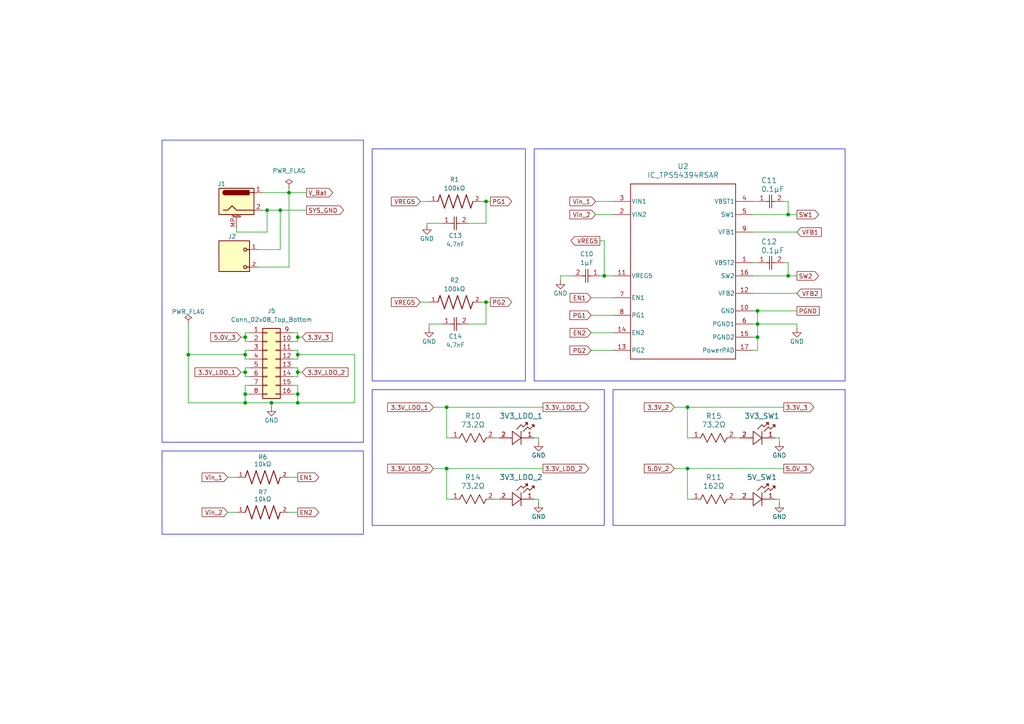
<source format=kicad_sch>
(kicad_sch
	(version 20250114)
	(generator "eeschema")
	(generator_version "9.0")
	(uuid "bedf6109-0a90-4297-9787-f8c985489cc0")
	(paper "A4")
	(title_block
		(title "PSU_Semi-LOW-NOISE_12V_3V3-5V")
		(date "2025-02-10")
		(rev "1")
		(company "EASTLAND SUPPLY")
	)
	(lib_symbols
		(symbol "CAP_4.7_nF_CC0603JRX7R8BB472_1"
			(pin_names
				(offset 1.016)
			)
			(exclude_from_sim no)
			(in_bom yes)
			(on_board yes)
			(property "Reference" "C"
				(at -0.762 3.048 0)
				(effects
					(font
						(size 1.27 1.27)
					)
					(justify left bottom)
				)
			)
			(property "Value" "4.7nF"
				(at -2.54 -3.81 0)
				(effects
					(font
						(size 1.27 1.27)
					)
					(justify left bottom)
				)
			)
			(property "Footprint" "CC0603JRX7R8BB472:CAPC1608X90"
				(at 0 8.89 0)
				(effects
					(font
						(size 1.27 1.27)
					)
					(justify bottom)
					(hide yes)
				)
			)
			(property "Datasheet" ""
				(at 0 0 0)
				(effects
					(font
						(size 1.27 1.27)
					)
					(hide yes)
				)
			)
			(property "Description" ""
				(at 0 0 0)
				(effects
					(font
						(size 1.27 1.27)
					)
					(hide yes)
				)
			)
			(symbol "CAP_4.7_nF_CC0603JRX7R8BB472_1_1_1"
				(polyline
					(pts
						(xy -1.27 0) (xy -0.3302 0)
					)
					(stroke
						(width 0.2032)
						(type default)
					)
					(fill
						(type none)
					)
				)
				(polyline
					(pts
						(xy -0.3302 -1.905) (xy -0.3302 1.905)
					)
					(stroke
						(width 0.2032)
						(type default)
					)
					(fill
						(type none)
					)
				)
				(polyline
					(pts
						(xy 0.3048 0) (xy 1.27 0)
					)
					(stroke
						(width 0.2032)
						(type default)
					)
					(fill
						(type none)
					)
				)
				(polyline
					(pts
						(xy 0.3048 -1.905) (xy 0.3048 1.905)
					)
					(stroke
						(width 0.2032)
						(type default)
					)
					(fill
						(type none)
					)
				)
				(pin unspecified line
					(at -3.81 0 0)
					(length 2.54)
					(name ""
						(effects
							(font
								(size 1.27 1.27)
							)
						)
					)
					(number "1"
						(effects
							(font
								(size 1.27 1.27)
							)
						)
					)
				)
				(pin unspecified line
					(at 3.81 0 180)
					(length 2.54)
					(name ""
						(effects
							(font
								(size 1.27 1.27)
							)
						)
					)
					(number "2"
						(effects
							(font
								(size 1.27 1.27)
							)
						)
					)
				)
			)
			(embedded_fonts no)
		)
		(symbol "Connector:Barrel_Jack_MountingPin"
			(pin_names
				(hide yes)
			)
			(exclude_from_sim no)
			(in_bom yes)
			(on_board yes)
			(property "Reference" "J"
				(at 0 5.334 0)
				(effects
					(font
						(size 1.27 1.27)
					)
				)
			)
			(property "Value" "Barrel_Jack_MountingPin"
				(at 1.27 -6.35 0)
				(effects
					(font
						(size 1.27 1.27)
					)
					(justify left)
				)
			)
			(property "Footprint" ""
				(at 1.27 -1.016 0)
				(effects
					(font
						(size 1.27 1.27)
					)
					(hide yes)
				)
			)
			(property "Datasheet" "~"
				(at 1.27 -1.016 0)
				(effects
					(font
						(size 1.27 1.27)
					)
					(hide yes)
				)
			)
			(property "Description" "DC Barrel Jack with a mounting pin"
				(at 0 0 0)
				(effects
					(font
						(size 1.27 1.27)
					)
					(hide yes)
				)
			)
			(property "ki_keywords" "DC power barrel jack connector"
				(at 0 0 0)
				(effects
					(font
						(size 1.27 1.27)
					)
					(hide yes)
				)
			)
			(property "ki_fp_filters" "BarrelJack*"
				(at 0 0 0)
				(effects
					(font
						(size 1.27 1.27)
					)
					(hide yes)
				)
			)
			(symbol "Barrel_Jack_MountingPin_0_1"
				(rectangle
					(start -5.08 3.81)
					(end 5.08 -3.81)
					(stroke
						(width 0.254)
						(type default)
					)
					(fill
						(type background)
					)
				)
				(polyline
					(pts
						(xy -3.81 -2.54) (xy -2.54 -2.54) (xy -1.27 -1.27) (xy 0 -2.54) (xy 2.54 -2.54) (xy 5.08 -2.54)
					)
					(stroke
						(width 0.254)
						(type default)
					)
					(fill
						(type none)
					)
				)
				(arc
					(start -3.302 1.905)
					(mid -3.9343 2.54)
					(end -3.302 3.175)
					(stroke
						(width 0.254)
						(type default)
					)
					(fill
						(type none)
					)
				)
				(arc
					(start -3.302 1.905)
					(mid -3.9343 2.54)
					(end -3.302 3.175)
					(stroke
						(width 0.254)
						(type default)
					)
					(fill
						(type outline)
					)
				)
				(rectangle
					(start 3.683 3.175)
					(end -3.302 1.905)
					(stroke
						(width 0.254)
						(type default)
					)
					(fill
						(type outline)
					)
				)
				(polyline
					(pts
						(xy 5.08 2.54) (xy 3.81 2.54)
					)
					(stroke
						(width 0.254)
						(type default)
					)
					(fill
						(type none)
					)
				)
			)
			(symbol "Barrel_Jack_MountingPin_1_1"
				(polyline
					(pts
						(xy -1.016 -4.572) (xy 1.016 -4.572)
					)
					(stroke
						(width 0.1524)
						(type default)
					)
					(fill
						(type none)
					)
				)
				(text "Mounting"
					(at 0 -4.191 0)
					(effects
						(font
							(size 0.381 0.381)
						)
					)
				)
				(pin passive line
					(at 0 -7.62 90)
					(length 3.048)
					(name "MountPin"
						(effects
							(font
								(size 1.27 1.27)
							)
						)
					)
					(number "MP"
						(effects
							(font
								(size 1.27 1.27)
							)
						)
					)
				)
				(pin passive line
					(at 7.62 2.54 180)
					(length 2.54)
					(name "~"
						(effects
							(font
								(size 1.27 1.27)
							)
						)
					)
					(number "1"
						(effects
							(font
								(size 1.27 1.27)
							)
						)
					)
				)
				(pin passive line
					(at 7.62 -2.54 180)
					(length 2.54)
					(name "~"
						(effects
							(font
								(size 1.27 1.27)
							)
						)
					)
					(number "2"
						(effects
							(font
								(size 1.27 1.27)
							)
						)
					)
				)
			)
			(embedded_fonts no)
		)
		(symbol "Connector_Generic:Conn_02x08_Top_Bottom"
			(pin_names
				(offset 1.016)
				(hide yes)
			)
			(exclude_from_sim no)
			(in_bom yes)
			(on_board yes)
			(property "Reference" "J"
				(at 1.27 10.16 0)
				(effects
					(font
						(size 1.27 1.27)
					)
				)
			)
			(property "Value" "Conn_02x08_Top_Bottom"
				(at 1.27 -12.7 0)
				(effects
					(font
						(size 1.27 1.27)
					)
				)
			)
			(property "Footprint" ""
				(at 0 0 0)
				(effects
					(font
						(size 1.27 1.27)
					)
					(hide yes)
				)
			)
			(property "Datasheet" "~"
				(at 0 0 0)
				(effects
					(font
						(size 1.27 1.27)
					)
					(hide yes)
				)
			)
			(property "Description" "Generic connector, double row, 02x08, top/bottom pin numbering scheme (row 1: 1...pins_per_row, row2: pins_per_row+1 ... num_pins), script generated (kicad-library-utils/schlib/autogen/connector/)"
				(at 0 0 0)
				(effects
					(font
						(size 1.27 1.27)
					)
					(hide yes)
				)
			)
			(property "ki_keywords" "connector"
				(at 0 0 0)
				(effects
					(font
						(size 1.27 1.27)
					)
					(hide yes)
				)
			)
			(property "ki_fp_filters" "Connector*:*_2x??_*"
				(at 0 0 0)
				(effects
					(font
						(size 1.27 1.27)
					)
					(hide yes)
				)
			)
			(symbol "Conn_02x08_Top_Bottom_1_1"
				(rectangle
					(start -1.27 8.89)
					(end 3.81 -11.43)
					(stroke
						(width 0.254)
						(type default)
					)
					(fill
						(type background)
					)
				)
				(rectangle
					(start -1.27 7.747)
					(end 0 7.493)
					(stroke
						(width 0.1524)
						(type default)
					)
					(fill
						(type none)
					)
				)
				(rectangle
					(start -1.27 5.207)
					(end 0 4.953)
					(stroke
						(width 0.1524)
						(type default)
					)
					(fill
						(type none)
					)
				)
				(rectangle
					(start -1.27 2.667)
					(end 0 2.413)
					(stroke
						(width 0.1524)
						(type default)
					)
					(fill
						(type none)
					)
				)
				(rectangle
					(start -1.27 0.127)
					(end 0 -0.127)
					(stroke
						(width 0.1524)
						(type default)
					)
					(fill
						(type none)
					)
				)
				(rectangle
					(start -1.27 -2.413)
					(end 0 -2.667)
					(stroke
						(width 0.1524)
						(type default)
					)
					(fill
						(type none)
					)
				)
				(rectangle
					(start -1.27 -4.953)
					(end 0 -5.207)
					(stroke
						(width 0.1524)
						(type default)
					)
					(fill
						(type none)
					)
				)
				(rectangle
					(start -1.27 -7.493)
					(end 0 -7.747)
					(stroke
						(width 0.1524)
						(type default)
					)
					(fill
						(type none)
					)
				)
				(rectangle
					(start -1.27 -10.033)
					(end 0 -10.287)
					(stroke
						(width 0.1524)
						(type default)
					)
					(fill
						(type none)
					)
				)
				(rectangle
					(start 3.81 7.747)
					(end 2.54 7.493)
					(stroke
						(width 0.1524)
						(type default)
					)
					(fill
						(type none)
					)
				)
				(rectangle
					(start 3.81 5.207)
					(end 2.54 4.953)
					(stroke
						(width 0.1524)
						(type default)
					)
					(fill
						(type none)
					)
				)
				(rectangle
					(start 3.81 2.667)
					(end 2.54 2.413)
					(stroke
						(width 0.1524)
						(type default)
					)
					(fill
						(type none)
					)
				)
				(rectangle
					(start 3.81 0.127)
					(end 2.54 -0.127)
					(stroke
						(width 0.1524)
						(type default)
					)
					(fill
						(type none)
					)
				)
				(rectangle
					(start 3.81 -2.413)
					(end 2.54 -2.667)
					(stroke
						(width 0.1524)
						(type default)
					)
					(fill
						(type none)
					)
				)
				(rectangle
					(start 3.81 -4.953)
					(end 2.54 -5.207)
					(stroke
						(width 0.1524)
						(type default)
					)
					(fill
						(type none)
					)
				)
				(rectangle
					(start 3.81 -7.493)
					(end 2.54 -7.747)
					(stroke
						(width 0.1524)
						(type default)
					)
					(fill
						(type none)
					)
				)
				(rectangle
					(start 3.81 -10.033)
					(end 2.54 -10.287)
					(stroke
						(width 0.1524)
						(type default)
					)
					(fill
						(type none)
					)
				)
				(pin passive line
					(at -5.08 7.62 0)
					(length 3.81)
					(name "Pin_1"
						(effects
							(font
								(size 1.27 1.27)
							)
						)
					)
					(number "1"
						(effects
							(font
								(size 1.27 1.27)
							)
						)
					)
				)
				(pin passive line
					(at -5.08 5.08 0)
					(length 3.81)
					(name "Pin_2"
						(effects
							(font
								(size 1.27 1.27)
							)
						)
					)
					(number "2"
						(effects
							(font
								(size 1.27 1.27)
							)
						)
					)
				)
				(pin passive line
					(at -5.08 2.54 0)
					(length 3.81)
					(name "Pin_3"
						(effects
							(font
								(size 1.27 1.27)
							)
						)
					)
					(number "3"
						(effects
							(font
								(size 1.27 1.27)
							)
						)
					)
				)
				(pin passive line
					(at -5.08 0 0)
					(length 3.81)
					(name "Pin_4"
						(effects
							(font
								(size 1.27 1.27)
							)
						)
					)
					(number "4"
						(effects
							(font
								(size 1.27 1.27)
							)
						)
					)
				)
				(pin passive line
					(at -5.08 -2.54 0)
					(length 3.81)
					(name "Pin_5"
						(effects
							(font
								(size 1.27 1.27)
							)
						)
					)
					(number "5"
						(effects
							(font
								(size 1.27 1.27)
							)
						)
					)
				)
				(pin passive line
					(at -5.08 -5.08 0)
					(length 3.81)
					(name "Pin_6"
						(effects
							(font
								(size 1.27 1.27)
							)
						)
					)
					(number "6"
						(effects
							(font
								(size 1.27 1.27)
							)
						)
					)
				)
				(pin passive line
					(at -5.08 -7.62 0)
					(length 3.81)
					(name "Pin_7"
						(effects
							(font
								(size 1.27 1.27)
							)
						)
					)
					(number "7"
						(effects
							(font
								(size 1.27 1.27)
							)
						)
					)
				)
				(pin passive line
					(at -5.08 -10.16 0)
					(length 3.81)
					(name "Pin_8"
						(effects
							(font
								(size 1.27 1.27)
							)
						)
					)
					(number "8"
						(effects
							(font
								(size 1.27 1.27)
							)
						)
					)
				)
				(pin passive line
					(at 7.62 7.62 180)
					(length 3.81)
					(name "Pin_9"
						(effects
							(font
								(size 1.27 1.27)
							)
						)
					)
					(number "9"
						(effects
							(font
								(size 1.27 1.27)
							)
						)
					)
				)
				(pin passive line
					(at 7.62 5.08 180)
					(length 3.81)
					(name "Pin_10"
						(effects
							(font
								(size 1.27 1.27)
							)
						)
					)
					(number "10"
						(effects
							(font
								(size 1.27 1.27)
							)
						)
					)
				)
				(pin passive line
					(at 7.62 2.54 180)
					(length 3.81)
					(name "Pin_11"
						(effects
							(font
								(size 1.27 1.27)
							)
						)
					)
					(number "11"
						(effects
							(font
								(size 1.27 1.27)
							)
						)
					)
				)
				(pin passive line
					(at 7.62 0 180)
					(length 3.81)
					(name "Pin_12"
						(effects
							(font
								(size 1.27 1.27)
							)
						)
					)
					(number "12"
						(effects
							(font
								(size 1.27 1.27)
							)
						)
					)
				)
				(pin passive line
					(at 7.62 -2.54 180)
					(length 3.81)
					(name "Pin_13"
						(effects
							(font
								(size 1.27 1.27)
							)
						)
					)
					(number "13"
						(effects
							(font
								(size 1.27 1.27)
							)
						)
					)
				)
				(pin passive line
					(at 7.62 -5.08 180)
					(length 3.81)
					(name "Pin_14"
						(effects
							(font
								(size 1.27 1.27)
							)
						)
					)
					(number "14"
						(effects
							(font
								(size 1.27 1.27)
							)
						)
					)
				)
				(pin passive line
					(at 7.62 -7.62 180)
					(length 3.81)
					(name "Pin_15"
						(effects
							(font
								(size 1.27 1.27)
							)
						)
					)
					(number "15"
						(effects
							(font
								(size 1.27 1.27)
							)
						)
					)
				)
				(pin passive line
					(at 7.62 -10.16 180)
					(length 3.81)
					(name "Pin_16"
						(effects
							(font
								(size 1.27 1.27)
							)
						)
					)
					(number "16"
						(effects
							(font
								(size 1.27 1.27)
							)
						)
					)
				)
			)
			(embedded_fonts no)
		)
		(symbol "PWR_MOD:CAP_0.1_mF_CL10A104KA8NNNC"
			(pin_names
				(offset 0.254)
			)
			(exclude_from_sim no)
			(in_bom yes)
			(on_board yes)
			(property "Reference" "C"
				(at 0 3.81 0)
				(effects
					(font
						(size 1.524 1.524)
					)
				)
			)
			(property "Value" "0.1µF"
				(at 0 -3.302 0)
				(effects
					(font
						(size 1.524 1.524)
					)
				)
			)
			(property "Footprint" "CAP_CL10_SAM"
				(at -0.508 6.35 0)
				(effects
					(font
						(size 1.27 1.27)
						(italic yes)
					)
					(hide yes)
				)
			)
			(property "Datasheet" "CL10A104KA8NNNC"
				(at 0 -5.588 0)
				(effects
					(font
						(size 1.27 1.27)
						(italic yes)
					)
					(hide yes)
				)
			)
			(property "Description" ""
				(at -3.81 0 0)
				(effects
					(font
						(size 1.27 1.27)
					)
					(hide yes)
				)
			)
			(property "ki_locked" ""
				(at 0 0 0)
				(effects
					(font
						(size 1.27 1.27)
					)
				)
			)
			(property "ki_keywords" "CL10A104KA8NNNC"
				(at 0 0 0)
				(effects
					(font
						(size 1.27 1.27)
					)
					(hide yes)
				)
			)
			(property "ki_fp_filters" "CAP_CL10_SAM CAP_CL10_SAM-M CAP_CL10_SAM-L"
				(at 0 0 0)
				(effects
					(font
						(size 1.27 1.27)
					)
					(hide yes)
				)
			)
			(symbol "CAP_0.1_mF_CL10A104KA8NNNC_1_1"
				(polyline
					(pts
						(xy -1.27 0) (xy -0.3302 0)
					)
					(stroke
						(width 0.2032)
						(type default)
					)
					(fill
						(type none)
					)
				)
				(polyline
					(pts
						(xy -0.3302 -1.905) (xy -0.3302 1.905)
					)
					(stroke
						(width 0.2032)
						(type default)
					)
					(fill
						(type none)
					)
				)
				(polyline
					(pts
						(xy 0.3048 0) (xy 1.27 0)
					)
					(stroke
						(width 0.2032)
						(type default)
					)
					(fill
						(type none)
					)
				)
				(polyline
					(pts
						(xy 0.3048 -1.905) (xy 0.3048 1.905)
					)
					(stroke
						(width 0.2032)
						(type default)
					)
					(fill
						(type none)
					)
				)
				(pin unspecified line
					(at -3.81 0 0)
					(length 2.54)
					(name ""
						(effects
							(font
								(size 1.27 1.27)
							)
						)
					)
					(number "1"
						(effects
							(font
								(size 1.27 1.27)
							)
						)
					)
				)
				(pin unspecified line
					(at 3.81 0 180)
					(length 2.54)
					(name ""
						(effects
							(font
								(size 1.27 1.27)
							)
						)
					)
					(number "2"
						(effects
							(font
								(size 1.27 1.27)
							)
						)
					)
				)
			)
			(symbol "CAP_0.1_mF_CL10A104KA8NNNC_1_2"
				(polyline
					(pts
						(xy -1.905 -3.4798) (xy 1.905 -3.4798)
					)
					(stroke
						(width 0.2032)
						(type default)
					)
					(fill
						(type none)
					)
				)
				(polyline
					(pts
						(xy -1.905 -4.1148) (xy 1.905 -4.1148)
					)
					(stroke
						(width 0.2032)
						(type default)
					)
					(fill
						(type none)
					)
				)
				(polyline
					(pts
						(xy 0 -2.54) (xy 0 -3.4798)
					)
					(stroke
						(width 0.2032)
						(type default)
					)
					(fill
						(type none)
					)
				)
				(polyline
					(pts
						(xy 0 -4.1148) (xy 0 -5.08)
					)
					(stroke
						(width 0.2032)
						(type default)
					)
					(fill
						(type none)
					)
				)
				(pin unspecified line
					(at 0 0 270)
					(length 2.54)
					(name ""
						(effects
							(font
								(size 1.27 1.27)
							)
						)
					)
					(number "1"
						(effects
							(font
								(size 1.27 1.27)
							)
						)
					)
				)
				(pin unspecified line
					(at 0 -7.62 90)
					(length 2.54)
					(name ""
						(effects
							(font
								(size 1.27 1.27)
							)
						)
					)
					(number "2"
						(effects
							(font
								(size 1.27 1.27)
							)
						)
					)
				)
			)
			(embedded_fonts no)
		)
		(symbol "PWR_MOD:CAP_1_mF_C1608X5R1E105K080AC"
			(pin_names
				(offset 1.016)
			)
			(exclude_from_sim no)
			(in_bom yes)
			(on_board yes)
			(property "Reference" "C"
				(at -0.762 2.54 0)
				(effects
					(font
						(size 1.27 1.27)
					)
					(justify left bottom)
				)
			)
			(property "Value" "1µF"
				(at -1.778 -4.064 0)
				(effects
					(font
						(size 1.27 1.27)
					)
					(justify left bottom)
				)
			)
			(property "Footprint" "C1608X5R1E105K080AC:CAPC1608X90N"
				(at 5.334 12.446 0)
				(effects
					(font
						(size 1.27 1.27)
					)
					(justify bottom)
					(hide yes)
				)
			)
			(property "Datasheet" ""
				(at -1.27 0 0)
				(effects
					(font
						(size 1.27 1.27)
					)
					(hide yes)
				)
			)
			(property "Description" ""
				(at -1.27 0 0)
				(effects
					(font
						(size 1.27 1.27)
					)
					(hide yes)
				)
			)
			(property "DigiKey_Part_Number" "445-5146-2-ND"
				(at -0.254 6.604 0)
				(effects
					(font
						(size 1.27 1.27)
					)
					(justify bottom)
					(hide yes)
				)
			)
			(property "SnapEDA_Link" "https://www.snapeda.com/parts/C1608X5R1E105K080AC/TDK/view-part/?ref=snap"
				(at 7.112 14.986 0)
				(effects
					(font
						(size 1.27 1.27)
					)
					(justify bottom)
					(hide yes)
				)
			)
			(property "Description_1" "\n                        \n                            1 µF ±10% 25V Ceramic Capacitor X5R 0603 (1608 Metric)\n                        \n"
				(at -6.604 8.89 0)
				(effects
					(font
						(size 1.27 1.27)
					)
					(justify bottom)
					(hide yes)
				)
			)
			(property "MF" "TDK"
				(at 4.572 5.08 0)
				(effects
					(font
						(size 1.27 1.27)
					)
					(justify bottom)
					(hide yes)
				)
			)
			(property "Package" "1608 TDK"
				(at -7.112 4.826 0)
				(effects
					(font
						(size 1.27 1.27)
					)
					(justify bottom)
					(hide yes)
				)
			)
			(property "Check_prices" "https://www.snapeda.com/parts/C1608X5R1E105K080AC/TDK/view-part/?ref=eda"
				(at 6.604 17.018 0)
				(effects
					(font
						(size 1.27 1.27)
					)
					(justify bottom)
					(hide yes)
				)
			)
			(property "MP" "C1608X5R1E105K080AC"
				(at -0.254 8.382 0)
				(effects
					(font
						(size 1.27 1.27)
					)
					(justify bottom)
					(hide yes)
				)
			)
			(symbol "CAP_1_mF_C1608X5R1E105K080AC_1_1"
				(polyline
					(pts
						(xy -1.27 0) (xy -0.3302 0)
					)
					(stroke
						(width 0.2032)
						(type default)
					)
					(fill
						(type none)
					)
				)
				(polyline
					(pts
						(xy -0.3302 -1.905) (xy -0.3302 1.905)
					)
					(stroke
						(width 0.2032)
						(type default)
					)
					(fill
						(type none)
					)
				)
				(polyline
					(pts
						(xy 0.3048 0) (xy 1.27 0)
					)
					(stroke
						(width 0.2032)
						(type default)
					)
					(fill
						(type none)
					)
				)
				(polyline
					(pts
						(xy 0.3048 -1.905) (xy 0.3048 1.905)
					)
					(stroke
						(width 0.2032)
						(type default)
					)
					(fill
						(type none)
					)
				)
				(pin unspecified line
					(at -3.81 0 0)
					(length 2.54)
					(name ""
						(effects
							(font
								(size 1.27 1.27)
							)
						)
					)
					(number "1"
						(effects
							(font
								(size 1.27 1.27)
							)
						)
					)
				)
				(pin unspecified line
					(at 3.81 0 180)
					(length 2.54)
					(name ""
						(effects
							(font
								(size 1.27 1.27)
							)
						)
					)
					(number "2"
						(effects
							(font
								(size 1.27 1.27)
							)
						)
					)
				)
			)
			(embedded_fonts no)
		)
		(symbol "PWR_MOD:IC_TPS54394RSAR"
			(pin_names
				(offset 0.254)
			)
			(exclude_from_sim no)
			(in_bom yes)
			(on_board yes)
			(property "Reference" "U"
				(at 19.558 6.096 0)
				(effects
					(font
						(size 1.524 1.524)
					)
				)
			)
			(property "Value" "IC_TPS54394RSAR"
				(at 19.558 3.556 0)
				(effects
					(font
						(size 1.524 1.524)
					)
				)
			)
			(property "Footprint" "RSA0016B-IPC_A"
				(at 19.304 0.508 0)
				(effects
					(font
						(size 1.27 1.27)
						(italic yes)
					)
					(hide yes)
				)
			)
			(property "Datasheet" "TPS54394RSAR"
				(at 19.558 -1.524 0)
				(effects
					(font
						(size 1.27 1.27)
						(italic yes)
					)
					(hide yes)
				)
			)
			(property "Description" ""
				(at 0 0 0)
				(effects
					(font
						(size 1.27 1.27)
					)
					(hide yes)
				)
			)
			(property "ki_locked" ""
				(at 0 0 0)
				(effects
					(font
						(size 1.27 1.27)
					)
				)
			)
			(property "ki_keywords" "TPS54394RSAR"
				(at 0 0 0)
				(effects
					(font
						(size 1.27 1.27)
					)
					(hide yes)
				)
			)
			(property "ki_fp_filters" "RSA0016B-IPC_A RSA0016B-IPC_B RSA0016B-IPC_C RSA0016B-MFG"
				(at 0 0 0)
				(effects
					(font
						(size 1.27 1.27)
					)
					(hide yes)
				)
			)
			(symbol "IC_TPS54394RSAR_0_1"
				(polyline
					(pts
						(xy 5.08 5.08) (xy 5.08 -45.72)
					)
					(stroke
						(width 0.2032)
						(type default)
					)
					(fill
						(type none)
					)
				)
				(polyline
					(pts
						(xy 5.08 -45.72) (xy 35.56 -45.72)
					)
					(stroke
						(width 0.2032)
						(type default)
					)
					(fill
						(type none)
					)
				)
				(polyline
					(pts
						(xy 35.56 5.08) (xy 5.08 5.08)
					)
					(stroke
						(width 0.2032)
						(type default)
					)
					(fill
						(type none)
					)
				)
				(polyline
					(pts
						(xy 35.56 -45.72) (xy 35.56 5.08)
					)
					(stroke
						(width 0.2032)
						(type default)
					)
					(fill
						(type none)
					)
				)
				(pin power_in line
					(at 0 0 0)
					(length 5.08)
					(name "VIN1"
						(effects
							(font
								(size 1.27 1.27)
							)
						)
					)
					(number "3"
						(effects
							(font
								(size 1.27 1.27)
							)
						)
					)
				)
				(pin power_in line
					(at 0 -3.81 0)
					(length 5.08)
					(name "VIN2"
						(effects
							(font
								(size 1.27 1.27)
							)
						)
					)
					(number "2"
						(effects
							(font
								(size 1.27 1.27)
							)
						)
					)
				)
				(pin unspecified line
					(at 0 -21.59 0)
					(length 5.08)
					(name "VREG5"
						(effects
							(font
								(size 1.27 1.27)
							)
						)
					)
					(number "11"
						(effects
							(font
								(size 1.27 1.27)
							)
						)
					)
				)
				(pin input line
					(at 0 -27.94 0)
					(length 5.08)
					(name "EN1"
						(effects
							(font
								(size 1.27 1.27)
							)
						)
					)
					(number "7"
						(effects
							(font
								(size 1.27 1.27)
							)
						)
					)
				)
				(pin open_collector line
					(at 0 -33.02 0)
					(length 5.08)
					(name "PG1"
						(effects
							(font
								(size 1.27 1.27)
							)
						)
					)
					(number "8"
						(effects
							(font
								(size 1.27 1.27)
							)
						)
					)
				)
				(pin input line
					(at 0 -38.1 0)
					(length 5.08)
					(name "EN2"
						(effects
							(font
								(size 1.27 1.27)
							)
						)
					)
					(number "14"
						(effects
							(font
								(size 1.27 1.27)
							)
						)
					)
				)
				(pin open_collector line
					(at 0 -43.18 0)
					(length 5.08)
					(name "PG2"
						(effects
							(font
								(size 1.27 1.27)
							)
						)
					)
					(number "13"
						(effects
							(font
								(size 1.27 1.27)
							)
						)
					)
				)
				(pin unspecified line
					(at 40.64 0 180)
					(length 5.08)
					(name "VBST1"
						(effects
							(font
								(size 1.27 1.27)
							)
						)
					)
					(number "4"
						(effects
							(font
								(size 1.27 1.27)
							)
						)
					)
				)
				(pin unspecified line
					(at 40.64 -3.81 180)
					(length 5.08)
					(name "SW1"
						(effects
							(font
								(size 1.27 1.27)
							)
						)
					)
					(number "5"
						(effects
							(font
								(size 1.27 1.27)
							)
						)
					)
				)
				(pin unspecified line
					(at 40.64 -8.89 180)
					(length 5.08)
					(name "VFB1"
						(effects
							(font
								(size 1.27 1.27)
							)
						)
					)
					(number "9"
						(effects
							(font
								(size 1.27 1.27)
							)
						)
					)
				)
				(pin unspecified line
					(at 40.64 -17.78 180)
					(length 5.08)
					(name "VBST2"
						(effects
							(font
								(size 1.27 1.27)
							)
						)
					)
					(number "1"
						(effects
							(font
								(size 1.27 1.27)
							)
						)
					)
				)
				(pin unspecified line
					(at 40.64 -21.59 180)
					(length 5.08)
					(name "SW2"
						(effects
							(font
								(size 1.27 1.27)
							)
						)
					)
					(number "16"
						(effects
							(font
								(size 1.27 1.27)
							)
						)
					)
				)
				(pin unspecified line
					(at 40.64 -26.67 180)
					(length 5.08)
					(name "VFB2"
						(effects
							(font
								(size 1.27 1.27)
							)
						)
					)
					(number "12"
						(effects
							(font
								(size 1.27 1.27)
							)
						)
					)
				)
				(pin power_in line
					(at 40.64 -35.56 180)
					(length 5.08)
					(name "PGND1"
						(effects
							(font
								(size 1.27 1.27)
							)
						)
					)
					(number "6"
						(effects
							(font
								(size 1.27 1.27)
							)
						)
					)
				)
				(pin power_in line
					(at 40.64 -39.37 180)
					(length 5.08)
					(name "PGND2"
						(effects
							(font
								(size 1.27 1.27)
							)
						)
					)
					(number "15"
						(effects
							(font
								(size 1.27 1.27)
							)
						)
					)
				)
				(pin unspecified line
					(at 40.64 -43.18 180)
					(length 5.08)
					(name "PowerPAD"
						(effects
							(font
								(size 1.27 1.27)
							)
						)
					)
					(number "17"
						(effects
							(font
								(size 1.27 1.27)
							)
						)
					)
				)
			)
			(symbol "IC_TPS54394RSAR_1_1"
				(pin power_in line
					(at 40.64 -31.75 180)
					(length 5.08)
					(name "GND"
						(effects
							(font
								(size 1.27 1.27)
							)
						)
					)
					(number "10"
						(effects
							(font
								(size 1.27 1.27)
							)
						)
					)
				)
			)
			(embedded_fonts no)
		)
		(symbol "PWR_MOD:JACK_3.50_mm_2x1_691412120002B"
			(pin_names
				(offset 1.016)
			)
			(exclude_from_sim no)
			(in_bom yes)
			(on_board yes)
			(property "Reference" "J"
				(at -4.88 1.078 0)
				(effects
					(font
						(size 1.27 1.27)
					)
					(justify right bottom)
				)
			)
			(property "Value" "691412120002B"
				(at -18.288 -9.144 0)
				(effects
					(font
						(size 1.27 1.27)
					)
					(justify bottom)
					(hide yes)
				)
			)
			(property "Footprint" "691412120002B:691412120002B"
				(at -1.016 -17.272 0)
				(effects
					(font
						(size 1.27 1.27)
					)
					(justify bottom)
					(hide yes)
				)
			)
			(property "Datasheet" ""
				(at 0 0 0)
				(effects
					(font
						(size 1.27 1.27)
					)
					(hide yes)
				)
			)
			(property "Description" ""
				(at 0 0 0)
				(effects
					(font
						(size 1.27 1.27)
					)
					(hide yes)
				)
			)
			(property "WIRE" "14 to 20 (AWG) 2.08 to 0.518 (mm²)"
				(at -2.032 -12.7 0)
				(effects
					(font
						(size 1.27 1.27)
					)
					(justify bottom)
					(hide yes)
				)
			)
			(property "MOUNT" "THT"
				(at -14.732 2.032 0)
				(effects
					(font
						(size 1.27 1.27)
					)
					(justify bottom)
					(hide yes)
				)
			)
			(property "IR-VDE" "2A"
				(at -13.462 -5.842 0)
				(effects
					(font
						(size 1.27 1.27)
					)
					(justify bottom)
					(hide yes)
				)
			)
			(property "IR-UL" "6A"
				(at 3.556 -6.35 0)
				(effects
					(font
						(size 1.27 1.27)
					)
					(justify bottom)
					(hide yes)
				)
			)
			(property "WORKING-VOLTAGE-UL" "300V (AC)"
				(at -25.146 -15.748 0)
				(effects
					(font
						(size 1.27 1.27)
					)
					(justify bottom)
					(hide yes)
				)
			)
			(property "PART-NUMBER" "691412120002B"
				(at 7.366 -8.89 0)
				(effects
					(font
						(size 1.27 1.27)
					)
					(justify bottom)
					(hide yes)
				)
			)
			(property "DATASHEET-URL" "https://www.we-online.com/redexpert/spec/691412120002B?ae"
				(at 1.016 -20.574 0)
				(effects
					(font
						(size 1.27 1.27)
					)
					(justify bottom)
					(hide yes)
				)
			)
			(property "PITCH" "3.5mm"
				(at -24.638 -0.508 0)
				(effects
					(font
						(size 1.27 1.27)
					)
					(justify bottom)
					(hide yes)
				)
			)
			(property "PINS" "2"
				(at -19.05 1.524 0)
				(effects
					(font
						(size 1.27 1.27)
					)
					(justify bottom)
					(hide yes)
				)
			)
			(property "WORKING-VOLTAGE-VDE" "250V (AC)"
				(at -23.114 -5.588 0)
				(effects
					(font
						(size 1.27 1.27)
					)
					(justify bottom)
					(hide yes)
				)
			)
			(property "TYPE" "45°"
				(at -7.62 -8.89 0)
				(effects
					(font
						(size 1.27 1.27)
					)
					(justify bottom)
					(hide yes)
				)
			)
			(symbol "JACK_3.50_mm_2x1_691412120002B_0_0"
				(rectangle
					(start -3.81 6.35)
					(end 5.08 -2.54)
					(stroke
						(width 0.254)
						(type default)
					)
					(fill
						(type background)
					)
				)
				(circle
					(center 3.81 3.81)
					(radius 0.4445)
					(stroke
						(width 0.254)
						(type default)
					)
					(fill
						(type none)
					)
				)
				(circle
					(center 3.81 -1.27)
					(radius 0.4445)
					(stroke
						(width 0.254)
						(type default)
					)
					(fill
						(type none)
					)
				)
				(polyline
					(pts
						(xy 4.245 3.81) (xy 5.08 3.81)
					)
					(stroke
						(width 0.254)
						(type default)
					)
					(fill
						(type none)
					)
				)
				(polyline
					(pts
						(xy 4.245 -1.27) (xy 5.08 -1.27)
					)
					(stroke
						(width 0.254)
						(type default)
					)
					(fill
						(type none)
					)
				)
				(pin passive line
					(at 7.62 3.81 180)
					(length 2.54)
					(name "~"
						(effects
							(font
								(size 1.016 1.016)
							)
						)
					)
					(number "1"
						(effects
							(font
								(size 1.016 1.016)
							)
						)
					)
				)
				(pin passive line
					(at 7.62 -1.27 180)
					(length 2.54)
					(name "~"
						(effects
							(font
								(size 1.016 1.016)
							)
						)
					)
					(number "2"
						(effects
							(font
								(size 1.016 1.016)
							)
						)
					)
				)
			)
			(embedded_fonts no)
		)
		(symbol "PWR_MOD:LED_1.9V_Forward_SML-E12DWT86"
			(pin_names
				(offset 0.254)
			)
			(exclude_from_sim no)
			(in_bom yes)
			(on_board yes)
			(property "Reference" "LED"
				(at 4.572 -3.302 0)
				(effects
					(font
						(size 1.524 1.524)
					)
				)
			)
			(property "Value" "LED_1.9V_Forward_SML-E12DWT86"
				(at 5.08 -6.096 0)
				(effects
					(font
						(size 1.524 1.524)
					)
					(hide yes)
				)
			)
			(property "Footprint" "LED_SMLD12_ROM"
				(at 4.826 -10.414 0)
				(effects
					(font
						(size 1.27 1.27)
						(italic yes)
					)
					(hide yes)
				)
			)
			(property "Datasheet" "SML-E12DWT86"
				(at 4.826 -8.382 0)
				(effects
					(font
						(size 1.27 1.27)
						(italic yes)
					)
					(hide yes)
				)
			)
			(property "Description" ""
				(at 0 0 0)
				(effects
					(font
						(size 1.27 1.27)
					)
					(hide yes)
				)
			)
			(property "ki_locked" ""
				(at 0 0 0)
				(effects
					(font
						(size 1.27 1.27)
					)
				)
			)
			(property "ki_keywords" "SML-E12DWT86"
				(at 0 0 0)
				(effects
					(font
						(size 1.27 1.27)
					)
					(hide yes)
				)
			)
			(property "ki_fp_filters" "LED_SMLD12_ROM"
				(at 0 0 0)
				(effects
					(font
						(size 1.27 1.27)
					)
					(hide yes)
				)
			)
			(symbol "LED_1.9V_Forward_SML-E12DWT86_1_1"
				(polyline
					(pts
						(xy 2.54 0) (xy 3.4798 0)
					)
					(stroke
						(width 0.2032)
						(type default)
					)
					(fill
						(type none)
					)
				)
				(polyline
					(pts
						(xy 3.175 0) (xy 3.81 0)
					)
					(stroke
						(width 0.2032)
						(type default)
					)
					(fill
						(type none)
					)
				)
				(polyline
					(pts
						(xy 3.81 1.905) (xy 3.81 -1.905)
					)
					(stroke
						(width 0.2032)
						(type default)
					)
					(fill
						(type none)
					)
				)
				(polyline
					(pts
						(xy 3.81 -1.905) (xy 6.35 0)
					)
					(stroke
						(width 0.2032)
						(type default)
					)
					(fill
						(type none)
					)
				)
				(polyline
					(pts
						(xy 5.08 2.54) (xy 6.35 3.81)
					)
					(stroke
						(width 0.2032)
						(type default)
					)
					(fill
						(type none)
					)
				)
				(polyline
					(pts
						(xy 6.35 3.81) (xy 6.985 3.175)
					)
					(stroke
						(width 0.2032)
						(type default)
					)
					(fill
						(type none)
					)
				)
				(polyline
					(pts
						(xy 6.35 0) (xy 3.81 1.905)
					)
					(stroke
						(width 0.2032)
						(type default)
					)
					(fill
						(type none)
					)
				)
				(polyline
					(pts
						(xy 6.35 0) (xy 7.62 0)
					)
					(stroke
						(width 0.2032)
						(type default)
					)
					(fill
						(type none)
					)
				)
				(polyline
					(pts
						(xy 6.35 -1.905) (xy 6.35 1.905)
					)
					(stroke
						(width 0.2032)
						(type default)
					)
					(fill
						(type none)
					)
				)
				(polyline
					(pts
						(xy 6.985 3.175) (xy 8.255 4.445)
					)
					(stroke
						(width 0.2032)
						(type default)
					)
					(fill
						(type none)
					)
				)
				(polyline
					(pts
						(xy 6.985 1.905) (xy 8.255 3.175)
					)
					(stroke
						(width 0.2032)
						(type default)
					)
					(fill
						(type none)
					)
				)
				(polyline
					(pts
						(xy 7.62 4.445) (xy 8.255 3.81)
					)
					(stroke
						(width 0.2032)
						(type default)
					)
					(fill
						(type none)
					)
				)
				(polyline
					(pts
						(xy 8.255 4.445) (xy 7.62 4.445)
					)
					(stroke
						(width 0.2032)
						(type default)
					)
					(fill
						(type none)
					)
				)
				(polyline
					(pts
						(xy 8.255 3.81) (xy 8.255 4.445)
					)
					(stroke
						(width 0.2032)
						(type default)
					)
					(fill
						(type none)
					)
				)
				(polyline
					(pts
						(xy 8.255 3.175) (xy 8.89 2.54)
					)
					(stroke
						(width 0.2032)
						(type default)
					)
					(fill
						(type none)
					)
				)
				(polyline
					(pts
						(xy 8.89 2.54) (xy 10.16 3.81)
					)
					(stroke
						(width 0.2032)
						(type default)
					)
					(fill
						(type none)
					)
				)
				(polyline
					(pts
						(xy 9.525 3.81) (xy 10.16 3.175)
					)
					(stroke
						(width 0.2032)
						(type default)
					)
					(fill
						(type none)
					)
				)
				(polyline
					(pts
						(xy 10.16 3.81) (xy 9.525 3.81)
					)
					(stroke
						(width 0.2032)
						(type default)
					)
					(fill
						(type none)
					)
				)
				(polyline
					(pts
						(xy 10.16 3.175) (xy 10.16 3.81)
					)
					(stroke
						(width 0.2032)
						(type default)
					)
					(fill
						(type none)
					)
				)
				(pin unspecified line
					(at 0 0 0)
					(length 2.54)
					(name ""
						(effects
							(font
								(size 1.27 1.27)
							)
						)
					)
					(number "2"
						(effects
							(font
								(size 1.27 1.27)
							)
						)
					)
				)
				(pin unspecified line
					(at 10.16 0 180)
					(length 2.54)
					(name ""
						(effects
							(font
								(size 1.27 1.27)
							)
						)
					)
					(number "1"
						(effects
							(font
								(size 1.27 1.27)
							)
						)
					)
				)
			)
			(symbol "LED_1.9V_Forward_SML-E12DWT86_1_2"
				(polyline
					(pts
						(xy -5.08 8.255) (xy -5.08 7.62)
					)
					(stroke
						(width 0.2032)
						(type default)
					)
					(fill
						(type none)
					)
				)
				(polyline
					(pts
						(xy -5.08 7.62) (xy -4.445 8.255)
					)
					(stroke
						(width 0.2032)
						(type default)
					)
					(fill
						(type none)
					)
				)
				(polyline
					(pts
						(xy -4.445 10.16) (xy -4.445 9.525)
					)
					(stroke
						(width 0.2032)
						(type default)
					)
					(fill
						(type none)
					)
				)
				(polyline
					(pts
						(xy -4.445 9.525) (xy -3.81 10.16)
					)
					(stroke
						(width 0.2032)
						(type default)
					)
					(fill
						(type none)
					)
				)
				(polyline
					(pts
						(xy -4.445 8.255) (xy -5.08 8.255)
					)
					(stroke
						(width 0.2032)
						(type default)
					)
					(fill
						(type none)
					)
				)
				(polyline
					(pts
						(xy -4.445 6.35) (xy -3.81 6.985)
					)
					(stroke
						(width 0.2032)
						(type default)
					)
					(fill
						(type none)
					)
				)
				(polyline
					(pts
						(xy -3.81 10.16) (xy -4.445 10.16)
					)
					(stroke
						(width 0.2032)
						(type default)
					)
					(fill
						(type none)
					)
				)
				(polyline
					(pts
						(xy -3.81 8.255) (xy -3.175 8.89)
					)
					(stroke
						(width 0.2032)
						(type default)
					)
					(fill
						(type none)
					)
				)
				(polyline
					(pts
						(xy -3.81 6.985) (xy -5.08 8.255)
					)
					(stroke
						(width 0.2032)
						(type default)
					)
					(fill
						(type none)
					)
				)
				(polyline
					(pts
						(xy -3.175 8.89) (xy -4.445 10.16)
					)
					(stroke
						(width 0.2032)
						(type default)
					)
					(fill
						(type none)
					)
				)
				(polyline
					(pts
						(xy -3.175 5.08) (xy -4.445 6.35)
					)
					(stroke
						(width 0.2032)
						(type default)
					)
					(fill
						(type none)
					)
				)
				(polyline
					(pts
						(xy -2.54 6.985) (xy -3.81 8.255)
					)
					(stroke
						(width 0.2032)
						(type default)
					)
					(fill
						(type none)
					)
				)
				(polyline
					(pts
						(xy -1.905 3.81) (xy 1.905 3.81)
					)
					(stroke
						(width 0.2032)
						(type default)
					)
					(fill
						(type none)
					)
				)
				(polyline
					(pts
						(xy 0 6.35) (xy -1.905 3.81)
					)
					(stroke
						(width 0.2032)
						(type default)
					)
					(fill
						(type none)
					)
				)
				(polyline
					(pts
						(xy 0 6.35) (xy 0 7.62)
					)
					(stroke
						(width 0.2032)
						(type default)
					)
					(fill
						(type none)
					)
				)
				(polyline
					(pts
						(xy 0 3.175) (xy 0 3.81)
					)
					(stroke
						(width 0.2032)
						(type default)
					)
					(fill
						(type none)
					)
				)
				(polyline
					(pts
						(xy 0 2.54) (xy 0 3.4798)
					)
					(stroke
						(width 0.2032)
						(type default)
					)
					(fill
						(type none)
					)
				)
				(polyline
					(pts
						(xy 1.905 6.35) (xy -1.905 6.35)
					)
					(stroke
						(width 0.2032)
						(type default)
					)
					(fill
						(type none)
					)
				)
				(polyline
					(pts
						(xy 1.905 3.81) (xy 0 6.35)
					)
					(stroke
						(width 0.2032)
						(type default)
					)
					(fill
						(type none)
					)
				)
				(pin unspecified line
					(at 0 10.16 270)
					(length 2.54)
					(name ""
						(effects
							(font
								(size 1.27 1.27)
							)
						)
					)
					(number "1"
						(effects
							(font
								(size 1.27 1.27)
							)
						)
					)
				)
				(pin unspecified line
					(at 0 0 90)
					(length 2.54)
					(name ""
						(effects
							(font
								(size 1.27 1.27)
							)
						)
					)
					(number "2"
						(effects
							(font
								(size 1.27 1.27)
							)
						)
					)
				)
			)
			(embedded_fonts no)
		)
		(symbol "PWR_MOD:RES_100_kOhms_ERJP06D1003V"
			(pin_names
				(offset 1.016)
			)
			(exclude_from_sim no)
			(in_bom yes)
			(on_board yes)
			(property "Reference" "R"
				(at -0.508 2.286 0)
				(effects
					(font
						(size 1.27 1.27)
					)
					(justify left bottom)
				)
			)
			(property "Value" "100kΩ"
				(at -2.54 -3.048 0)
				(effects
					(font
						(size 1.27 1.27)
					)
					(justify left top)
				)
			)
			(property "Footprint" "ERJP06D1003V:RES_ERJP06D1003V"
				(at 0.254 7.112 0)
				(effects
					(font
						(size 1.27 1.27)
					)
					(justify bottom)
					(hide yes)
				)
			)
			(property "Datasheet" ""
				(at 0 0 0)
				(effects
					(font
						(size 1.27 1.27)
					)
					(hide yes)
				)
			)
			(property "Description" ""
				(at 0 0 0)
				(effects
					(font
						(size 1.27 1.27)
					)
					(hide yes)
				)
			)
			(property "PARTREV" "3/1/2020"
				(at 0.762 9.906 0)
				(effects
					(font
						(size 1.27 1.27)
					)
					(justify bottom)
					(hide yes)
				)
			)
			(property "STANDARD" "Manufacturer Recommendations"
				(at 2.032 12.192 0)
				(effects
					(font
						(size 1.27 1.27)
					)
					(justify bottom)
					(hide yes)
				)
			)
			(property "MAXIMUM_PACKAGE_HEIGHT" "0.6 mm"
				(at -0.254 4.826 0)
				(effects
					(font
						(size 1.27 1.27)
					)
					(justify bottom)
					(hide yes)
				)
			)
			(property "MANUFACTURER" "Panasonic"
				(at 0.508 15.24 0)
				(effects
					(font
						(size 1.27 1.27)
					)
					(justify bottom)
					(hide yes)
				)
			)
			(symbol "RES_100_kOhms_ERJP06D1003V_0_0"
				(polyline
					(pts
						(xy -5.08 0) (xy -4.445 1.905)
					)
					(stroke
						(width 0.254)
						(type default)
					)
					(fill
						(type none)
					)
				)
				(polyline
					(pts
						(xy -4.445 1.905) (xy -3.175 -1.905)
					)
					(stroke
						(width 0.254)
						(type default)
					)
					(fill
						(type none)
					)
				)
				(polyline
					(pts
						(xy -3.175 -1.905) (xy -1.905 1.905)
					)
					(stroke
						(width 0.254)
						(type default)
					)
					(fill
						(type none)
					)
				)
				(polyline
					(pts
						(xy -1.905 1.905) (xy -0.635 -1.905)
					)
					(stroke
						(width 0.254)
						(type default)
					)
					(fill
						(type none)
					)
				)
				(polyline
					(pts
						(xy -0.635 -1.905) (xy 0.635 1.905)
					)
					(stroke
						(width 0.254)
						(type default)
					)
					(fill
						(type none)
					)
				)
				(polyline
					(pts
						(xy 0.635 1.905) (xy 1.905 -1.905)
					)
					(stroke
						(width 0.254)
						(type default)
					)
					(fill
						(type none)
					)
				)
				(polyline
					(pts
						(xy 1.905 -1.905) (xy 3.175 1.905)
					)
					(stroke
						(width 0.254)
						(type default)
					)
					(fill
						(type none)
					)
				)
				(polyline
					(pts
						(xy 3.175 1.905) (xy 4.445 -1.905)
					)
					(stroke
						(width 0.254)
						(type default)
					)
					(fill
						(type none)
					)
				)
				(polyline
					(pts
						(xy 4.445 -1.905) (xy 5.08 0)
					)
					(stroke
						(width 0.254)
						(type default)
					)
					(fill
						(type none)
					)
				)
			)
			(symbol "RES_100_kOhms_ERJP06D1003V_1_0"
				(pin passive line
					(at -7.62 0 0)
					(length 2.54)
					(name "~"
						(effects
							(font
								(size 1.016 1.016)
							)
						)
					)
					(number "1"
						(effects
							(font
								(size 1.016 1.016)
							)
						)
					)
				)
				(pin passive line
					(at 7.62 0 180)
					(length 2.54)
					(name "~"
						(effects
							(font
								(size 1.016 1.016)
							)
						)
					)
					(number "2"
						(effects
							(font
								(size 1.016 1.016)
							)
						)
					)
				)
			)
			(embedded_fonts no)
		)
		(symbol "PWR_MOD:RES_10_kOhms_RNCF1206DTE10K0"
			(pin_names
				(offset 1.016)
			)
			(exclude_from_sim no)
			(in_bom yes)
			(on_board yes)
			(property "Reference" "R"
				(at -0.762 2.54 0)
				(effects
					(font
						(size 1.27 1.27)
					)
					(justify left bottom)
				)
			)
			(property "Value" "10kΩ"
				(at -2.54 -4.064 0)
				(effects
					(font
						(size 1.27 1.27)
					)
					(justify left bottom)
				)
			)
			(property "Footprint" "RNCF1206DTE10K0:RESC3015X65N"
				(at 0.508 6.604 0)
				(effects
					(font
						(size 1.27 1.27)
					)
					(justify bottom)
					(hide yes)
				)
			)
			(property "Datasheet" ""
				(at 0 0 0)
				(effects
					(font
						(size 1.27 1.27)
					)
					(hide yes)
				)
			)
			(property "Description" ""
				(at 0 0 0)
				(effects
					(font
						(size 1.27 1.27)
					)
					(hide yes)
				)
			)
			(symbol "RES_10_kOhms_RNCF1206DTE10K0_0_0"
				(polyline
					(pts
						(xy -5.08 0) (xy -4.445 1.905)
					)
					(stroke
						(width 0.254)
						(type default)
					)
					(fill
						(type none)
					)
				)
				(polyline
					(pts
						(xy -4.445 1.905) (xy -3.175 -1.905)
					)
					(stroke
						(width 0.254)
						(type default)
					)
					(fill
						(type none)
					)
				)
				(polyline
					(pts
						(xy -3.175 -1.905) (xy -1.905 1.905)
					)
					(stroke
						(width 0.254)
						(type default)
					)
					(fill
						(type none)
					)
				)
				(polyline
					(pts
						(xy -1.905 1.905) (xy -0.635 -1.905)
					)
					(stroke
						(width 0.254)
						(type default)
					)
					(fill
						(type none)
					)
				)
				(polyline
					(pts
						(xy -0.635 -1.905) (xy 0.635 1.905)
					)
					(stroke
						(width 0.254)
						(type default)
					)
					(fill
						(type none)
					)
				)
				(polyline
					(pts
						(xy 0.635 1.905) (xy 1.905 -1.905)
					)
					(stroke
						(width 0.254)
						(type default)
					)
					(fill
						(type none)
					)
				)
				(polyline
					(pts
						(xy 1.905 -1.905) (xy 3.175 1.905)
					)
					(stroke
						(width 0.254)
						(type default)
					)
					(fill
						(type none)
					)
				)
				(polyline
					(pts
						(xy 3.175 1.905) (xy 4.445 -1.905)
					)
					(stroke
						(width 0.254)
						(type default)
					)
					(fill
						(type none)
					)
				)
				(polyline
					(pts
						(xy 4.445 -1.905) (xy 5.08 0)
					)
					(stroke
						(width 0.254)
						(type default)
					)
					(fill
						(type none)
					)
				)
			)
			(symbol "RES_10_kOhms_RNCF1206DTE10K0_1_0"
				(pin passive line
					(at -7.62 0 0)
					(length 2.54)
					(name "~"
						(effects
							(font
								(size 1.016 1.016)
							)
						)
					)
					(number "1"
						(effects
							(font
								(size 1.016 1.016)
							)
						)
					)
				)
				(pin passive line
					(at 7.62 0 180)
					(length 2.54)
					(name "~"
						(effects
							(font
								(size 1.016 1.016)
							)
						)
					)
					(number "2"
						(effects
							(font
								(size 1.016 1.016)
							)
						)
					)
				)
			)
			(embedded_fonts no)
		)
		(symbol "PWR_MOD:RES_162_Ohms_RC1206FR-07162RL"
			(pin_names
				(offset 0.254)
			)
			(exclude_from_sim no)
			(in_bom yes)
			(on_board yes)
			(property "Reference" "R"
				(at 5.715 3.81 0)
				(effects
					(font
						(size 1.524 1.524)
					)
				)
			)
			(property "Value" "162Ω"
				(at 6.35 -2.54 0)
				(effects
					(font
						(size 1.524 1.524)
					)
				)
			)
			(property "Footprint" "RC1206N_YAG"
				(at 5.588 5.588 0)
				(effects
					(font
						(size 1.27 1.27)
						(italic yes)
					)
					(hide yes)
				)
			)
			(property "Datasheet" "RC1206FR-07162RL"
				(at 5.842 -4.318 0)
				(effects
					(font
						(size 1.27 1.27)
						(italic yes)
					)
					(hide yes)
				)
			)
			(property "Description" ""
				(at 0 0 0)
				(effects
					(font
						(size 1.27 1.27)
					)
					(hide yes)
				)
			)
			(property "ki_locked" ""
				(at 0 0 0)
				(effects
					(font
						(size 1.27 1.27)
					)
				)
			)
			(property "ki_keywords" "RC1206FR-07162RL"
				(at 0 0 0)
				(effects
					(font
						(size 1.27 1.27)
					)
					(hide yes)
				)
			)
			(property "ki_fp_filters" "RC1206N_YAG RC1206N_YAG-M RC1206N_YAG-L"
				(at 0 0 0)
				(effects
					(font
						(size 1.27 1.27)
					)
					(hide yes)
				)
			)
			(symbol "RES_162_Ohms_RC1206FR-07162RL_1_1"
				(polyline
					(pts
						(xy 2.54 0) (xy 3.175 1.27)
					)
					(stroke
						(width 0.2032)
						(type default)
					)
					(fill
						(type none)
					)
				)
				(polyline
					(pts
						(xy 3.175 1.27) (xy 4.445 -1.27)
					)
					(stroke
						(width 0.2032)
						(type default)
					)
					(fill
						(type none)
					)
				)
				(polyline
					(pts
						(xy 4.445 -1.27) (xy 5.715 1.27)
					)
					(stroke
						(width 0.2032)
						(type default)
					)
					(fill
						(type none)
					)
				)
				(polyline
					(pts
						(xy 5.715 1.27) (xy 6.985 -1.27)
					)
					(stroke
						(width 0.2032)
						(type default)
					)
					(fill
						(type none)
					)
				)
				(polyline
					(pts
						(xy 6.985 -1.27) (xy 8.255 1.27)
					)
					(stroke
						(width 0.2032)
						(type default)
					)
					(fill
						(type none)
					)
				)
				(polyline
					(pts
						(xy 8.255 1.27) (xy 9.525 -1.27)
					)
					(stroke
						(width 0.2032)
						(type default)
					)
					(fill
						(type none)
					)
				)
				(polyline
					(pts
						(xy 9.525 -1.27) (xy 10.16 0)
					)
					(stroke
						(width 0.2032)
						(type default)
					)
					(fill
						(type none)
					)
				)
				(pin unspecified line
					(at 0 0 0)
					(length 2.54)
					(name ""
						(effects
							(font
								(size 1.27 1.27)
							)
						)
					)
					(number "2"
						(effects
							(font
								(size 1.27 1.27)
							)
						)
					)
				)
				(pin unspecified line
					(at 12.7 0 180)
					(length 2.54)
					(name ""
						(effects
							(font
								(size 1.27 1.27)
							)
						)
					)
					(number "1"
						(effects
							(font
								(size 1.27 1.27)
							)
						)
					)
				)
			)
			(symbol "RES_162_Ohms_RC1206FR-07162RL_1_2"
				(polyline
					(pts
						(xy -1.27 8.255) (xy 1.27 9.525)
					)
					(stroke
						(width 0.2032)
						(type default)
					)
					(fill
						(type none)
					)
				)
				(polyline
					(pts
						(xy -1.27 5.715) (xy 1.27 6.985)
					)
					(stroke
						(width 0.2032)
						(type default)
					)
					(fill
						(type none)
					)
				)
				(polyline
					(pts
						(xy -1.27 3.175) (xy 1.27 4.445)
					)
					(stroke
						(width 0.2032)
						(type default)
					)
					(fill
						(type none)
					)
				)
				(polyline
					(pts
						(xy 0 2.54) (xy -1.27 3.175)
					)
					(stroke
						(width 0.2032)
						(type default)
					)
					(fill
						(type none)
					)
				)
				(polyline
					(pts
						(xy 1.27 9.525) (xy 0 10.16)
					)
					(stroke
						(width 0.2032)
						(type default)
					)
					(fill
						(type none)
					)
				)
				(polyline
					(pts
						(xy 1.27 6.985) (xy -1.27 8.255)
					)
					(stroke
						(width 0.2032)
						(type default)
					)
					(fill
						(type none)
					)
				)
				(polyline
					(pts
						(xy 1.27 4.445) (xy -1.27 5.715)
					)
					(stroke
						(width 0.2032)
						(type default)
					)
					(fill
						(type none)
					)
				)
				(pin unspecified line
					(at 0 12.7 270)
					(length 2.54)
					(name ""
						(effects
							(font
								(size 1.27 1.27)
							)
						)
					)
					(number "1"
						(effects
							(font
								(size 1.27 1.27)
							)
						)
					)
				)
				(pin unspecified line
					(at 0 0 90)
					(length 2.54)
					(name ""
						(effects
							(font
								(size 1.27 1.27)
							)
						)
					)
					(number "2"
						(effects
							(font
								(size 1.27 1.27)
							)
						)
					)
				)
			)
			(embedded_fonts no)
		)
		(symbol "PWR_MOD:RES_73.2_Ohms_RC1206FR-0773R2L"
			(pin_names
				(offset 0.254)
			)
			(exclude_from_sim no)
			(in_bom yes)
			(on_board yes)
			(property "Reference" "R"
				(at 5.842 2.54 0)
				(effects
					(font
						(size 1.524 1.524)
					)
				)
			)
			(property "Value" "73.2Ω"
				(at 6.35 -2.54 0)
				(effects
					(font
						(size 1.524 1.524)
					)
				)
			)
			(property "Footprint" "RC1206N_YAG"
				(at 5.588 4.572 0)
				(effects
					(font
						(size 1.27 1.27)
						(italic yes)
					)
					(hide yes)
				)
			)
			(property "Datasheet" "RC1206FR-0773R2L"
				(at 6.35 -4.572 0)
				(effects
					(font
						(size 1.27 1.27)
						(italic yes)
					)
					(hide yes)
				)
			)
			(property "Description" ""
				(at 0 0 0)
				(effects
					(font
						(size 1.27 1.27)
					)
					(hide yes)
				)
			)
			(property "ki_locked" ""
				(at 0 0 0)
				(effects
					(font
						(size 1.27 1.27)
					)
				)
			)
			(property "ki_keywords" "RC1206FR-0773R2L"
				(at 0 0 0)
				(effects
					(font
						(size 1.27 1.27)
					)
					(hide yes)
				)
			)
			(property "ki_fp_filters" "RC1206N_YAG RC1206N_YAG-M RC1206N_YAG-L"
				(at 0 0 0)
				(effects
					(font
						(size 1.27 1.27)
					)
					(hide yes)
				)
			)
			(symbol "RES_73.2_Ohms_RC1206FR-0773R2L_1_1"
				(polyline
					(pts
						(xy 2.54 0) (xy 3.175 1.27)
					)
					(stroke
						(width 0.2032)
						(type default)
					)
					(fill
						(type none)
					)
				)
				(polyline
					(pts
						(xy 3.175 1.27) (xy 4.445 -1.27)
					)
					(stroke
						(width 0.2032)
						(type default)
					)
					(fill
						(type none)
					)
				)
				(polyline
					(pts
						(xy 4.445 -1.27) (xy 5.715 1.27)
					)
					(stroke
						(width 0.2032)
						(type default)
					)
					(fill
						(type none)
					)
				)
				(polyline
					(pts
						(xy 5.715 1.27) (xy 6.985 -1.27)
					)
					(stroke
						(width 0.2032)
						(type default)
					)
					(fill
						(type none)
					)
				)
				(polyline
					(pts
						(xy 6.985 -1.27) (xy 8.255 1.27)
					)
					(stroke
						(width 0.2032)
						(type default)
					)
					(fill
						(type none)
					)
				)
				(polyline
					(pts
						(xy 8.255 1.27) (xy 9.525 -1.27)
					)
					(stroke
						(width 0.2032)
						(type default)
					)
					(fill
						(type none)
					)
				)
				(polyline
					(pts
						(xy 9.525 -1.27) (xy 10.16 0)
					)
					(stroke
						(width 0.2032)
						(type default)
					)
					(fill
						(type none)
					)
				)
				(pin unspecified line
					(at 0 0 0)
					(length 2.54)
					(name ""
						(effects
							(font
								(size 1.27 1.27)
							)
						)
					)
					(number "2"
						(effects
							(font
								(size 1.27 1.27)
							)
						)
					)
				)
				(pin unspecified line
					(at 12.7 0 180)
					(length 2.54)
					(name ""
						(effects
							(font
								(size 1.27 1.27)
							)
						)
					)
					(number "1"
						(effects
							(font
								(size 1.27 1.27)
							)
						)
					)
				)
			)
			(symbol "RES_73.2_Ohms_RC1206FR-0773R2L_1_2"
				(polyline
					(pts
						(xy -1.27 8.255) (xy 1.27 9.525)
					)
					(stroke
						(width 0.2032)
						(type default)
					)
					(fill
						(type none)
					)
				)
				(polyline
					(pts
						(xy -1.27 5.715) (xy 1.27 6.985)
					)
					(stroke
						(width 0.2032)
						(type default)
					)
					(fill
						(type none)
					)
				)
				(polyline
					(pts
						(xy -1.27 3.175) (xy 1.27 4.445)
					)
					(stroke
						(width 0.2032)
						(type default)
					)
					(fill
						(type none)
					)
				)
				(polyline
					(pts
						(xy 0 2.54) (xy -1.27 3.175)
					)
					(stroke
						(width 0.2032)
						(type default)
					)
					(fill
						(type none)
					)
				)
				(polyline
					(pts
						(xy 1.27 9.525) (xy 0 10.16)
					)
					(stroke
						(width 0.2032)
						(type default)
					)
					(fill
						(type none)
					)
				)
				(polyline
					(pts
						(xy 1.27 6.985) (xy -1.27 8.255)
					)
					(stroke
						(width 0.2032)
						(type default)
					)
					(fill
						(type none)
					)
				)
				(polyline
					(pts
						(xy 1.27 4.445) (xy -1.27 5.715)
					)
					(stroke
						(width 0.2032)
						(type default)
					)
					(fill
						(type none)
					)
				)
				(pin unspecified line
					(at 0 12.7 270)
					(length 2.54)
					(name ""
						(effects
							(font
								(size 1.27 1.27)
							)
						)
					)
					(number "1"
						(effects
							(font
								(size 1.27 1.27)
							)
						)
					)
				)
				(pin unspecified line
					(at 0 0 90)
					(length 2.54)
					(name ""
						(effects
							(font
								(size 1.27 1.27)
							)
						)
					)
					(number "2"
						(effects
							(font
								(size 1.27 1.27)
							)
						)
					)
				)
			)
			(embedded_fonts no)
		)
		(symbol "power:GND"
			(power)
			(pin_numbers
				(hide yes)
			)
			(pin_names
				(offset 0)
				(hide yes)
			)
			(exclude_from_sim no)
			(in_bom yes)
			(on_board yes)
			(property "Reference" "#PWR"
				(at 0 -6.35 0)
				(effects
					(font
						(size 1.27 1.27)
					)
					(hide yes)
				)
			)
			(property "Value" "GND"
				(at 0 -3.81 0)
				(effects
					(font
						(size 1.27 1.27)
					)
				)
			)
			(property "Footprint" ""
				(at 0 0 0)
				(effects
					(font
						(size 1.27 1.27)
					)
					(hide yes)
				)
			)
			(property "Datasheet" ""
				(at 0 0 0)
				(effects
					(font
						(size 1.27 1.27)
					)
					(hide yes)
				)
			)
			(property "Description" "Power symbol creates a global label with name \"GND\" , ground"
				(at 0 0 0)
				(effects
					(font
						(size 1.27 1.27)
					)
					(hide yes)
				)
			)
			(property "ki_keywords" "global power"
				(at 0 0 0)
				(effects
					(font
						(size 1.27 1.27)
					)
					(hide yes)
				)
			)
			(symbol "GND_0_1"
				(polyline
					(pts
						(xy 0 0) (xy 0 -1.27) (xy 1.27 -1.27) (xy 0 -2.54) (xy -1.27 -1.27) (xy 0 -1.27)
					)
					(stroke
						(width 0)
						(type default)
					)
					(fill
						(type none)
					)
				)
			)
			(symbol "GND_1_1"
				(pin power_in line
					(at 0 0 270)
					(length 0)
					(name "~"
						(effects
							(font
								(size 1.27 1.27)
							)
						)
					)
					(number "1"
						(effects
							(font
								(size 1.27 1.27)
							)
						)
					)
				)
			)
			(embedded_fonts no)
		)
		(symbol "power:PWR_FLAG"
			(power)
			(pin_numbers
				(hide yes)
			)
			(pin_names
				(offset 0)
				(hide yes)
			)
			(exclude_from_sim no)
			(in_bom yes)
			(on_board yes)
			(property "Reference" "#FLG"
				(at 0 1.905 0)
				(effects
					(font
						(size 1.27 1.27)
					)
					(hide yes)
				)
			)
			(property "Value" "PWR_FLAG"
				(at 0 3.81 0)
				(effects
					(font
						(size 1.27 1.27)
					)
				)
			)
			(property "Footprint" ""
				(at 0 0 0)
				(effects
					(font
						(size 1.27 1.27)
					)
					(hide yes)
				)
			)
			(property "Datasheet" "~"
				(at 0 0 0)
				(effects
					(font
						(size 1.27 1.27)
					)
					(hide yes)
				)
			)
			(property "Description" "Special symbol for telling ERC where power comes from"
				(at 0 0 0)
				(effects
					(font
						(size 1.27 1.27)
					)
					(hide yes)
				)
			)
			(property "ki_keywords" "flag power"
				(at 0 0 0)
				(effects
					(font
						(size 1.27 1.27)
					)
					(hide yes)
				)
			)
			(symbol "PWR_FLAG_0_0"
				(pin power_out line
					(at 0 0 90)
					(length 0)
					(name "~"
						(effects
							(font
								(size 1.27 1.27)
							)
						)
					)
					(number "1"
						(effects
							(font
								(size 1.27 1.27)
							)
						)
					)
				)
			)
			(symbol "PWR_FLAG_0_1"
				(polyline
					(pts
						(xy 0 0) (xy 0 1.27) (xy -1.016 1.905) (xy 0 2.54) (xy 1.016 1.905) (xy 0 1.27)
					)
					(stroke
						(width 0)
						(type default)
					)
					(fill
						(type none)
					)
				)
			)
			(embedded_fonts no)
		)
	)
	(rectangle
		(start 177.8 113.03)
		(end 245.11 152.4)
		(stroke
			(width 0)
			(type default)
		)
		(fill
			(type none)
		)
		(uuid 588be414-9688-4a51-9301-b937273a853e)
	)
	(rectangle
		(start 107.95 113.03)
		(end 175.26 152.4)
		(stroke
			(width 0)
			(type default)
		)
		(fill
			(type none)
		)
		(uuid a118335d-c15a-4699-95d2-3d09013e2c1b)
	)
	(rectangle
		(start 154.94 43.18)
		(end 245.11 110.49)
		(stroke
			(width 0)
			(type default)
		)
		(fill
			(type none)
		)
		(uuid c7eeca5f-47d7-4cc7-9095-51b9e866dd16)
	)
	(rectangle
		(start 46.99 130.81)
		(end 105.41 154.94)
		(stroke
			(width 0)
			(type default)
		)
		(fill
			(type none)
		)
		(uuid c959f972-7774-4a2a-99dc-276922d2f5b1)
	)
	(rectangle
		(start 107.95 43.18)
		(end 152.4 110.49)
		(stroke
			(width 0)
			(type default)
		)
		(fill
			(type none)
		)
		(uuid e6fc7d07-e613-4363-8792-0d0f286b81cf)
	)
	(rectangle
		(start 46.99 40.64)
		(end 105.41 128.27)
		(stroke
			(width 0)
			(type default)
		)
		(fill
			(type none)
		)
		(uuid ea28c2fd-bd17-42a1-a0ef-afc5af05461a)
	)
	(junction
		(at 81.28 60.96)
		(diameter 0)
		(color 0 0 0 0)
		(uuid "08357cff-3919-434b-8ce9-cfdf43f87275")
	)
	(junction
		(at 71.12 107.95)
		(diameter 0)
		(color 0 0 0 0)
		(uuid "08777272-c93f-4e2e-9c26-1eed931fe481")
	)
	(junction
		(at 199.39 135.89)
		(diameter 0)
		(color 0 0 0 0)
		(uuid "09088e4a-5b0d-4f82-badc-c2b1be1fcfde")
	)
	(junction
		(at 86.36 97.79)
		(diameter 0)
		(color 0 0 0 0)
		(uuid "0edd0151-7fa7-465e-b835-dd5e81f592f3")
	)
	(junction
		(at 83.82 55.88)
		(diameter 0)
		(color 0 0 0 0)
		(uuid "21dd973a-dcfc-4388-9ca9-76476e5c9dec")
	)
	(junction
		(at 129.54 118.11)
		(diameter 0)
		(color 0 0 0 0)
		(uuid "3073395b-b82e-4721-9899-80622e60d7b3")
	)
	(junction
		(at 71.12 116.84)
		(diameter 0)
		(color 0 0 0 0)
		(uuid "33c2f0f3-03db-4381-878a-b1185a3a329f")
	)
	(junction
		(at 86.36 114.3)
		(diameter 0)
		(color 0 0 0 0)
		(uuid "4c66206e-9242-4338-8426-b77697b5006f")
	)
	(junction
		(at 219.71 90.17)
		(diameter 0)
		(color 0 0 0 0)
		(uuid "575857e4-4020-46c4-a5e6-0c1062c9524c")
	)
	(junction
		(at 77.47 60.96)
		(diameter 0)
		(color 0 0 0 0)
		(uuid "732183de-6480-47d5-92dd-52c9603d7753")
	)
	(junction
		(at 78.74 116.84)
		(diameter 0)
		(color 0 0 0 0)
		(uuid "7801838d-0bf9-41b9-b8dc-6035afc0b6c9")
	)
	(junction
		(at 71.12 97.79)
		(diameter 0)
		(color 0 0 0 0)
		(uuid "8142e50d-2610-44bb-a169-42001481d592")
	)
	(junction
		(at 71.12 102.87)
		(diameter 0)
		(color 0 0 0 0)
		(uuid "84a659c1-e04f-468a-9c82-bb8e8f34082e")
	)
	(junction
		(at 228.6 80.01)
		(diameter 0)
		(color 0 0 0 0)
		(uuid "85fef763-f463-461f-9051-060a9eddab41")
	)
	(junction
		(at 199.39 118.11)
		(diameter 0)
		(color 0 0 0 0)
		(uuid "869612bd-00f1-456d-9ab3-8ac8a3a49c18")
	)
	(junction
		(at 86.36 107.95)
		(diameter 0)
		(color 0 0 0 0)
		(uuid "94eac3e4-7484-45eb-aa4c-5d862745eb70")
	)
	(junction
		(at 54.61 102.87)
		(diameter 0)
		(color 0 0 0 0)
		(uuid "979ee0c3-0ce7-4875-ad91-81bdba1ae234")
	)
	(junction
		(at 71.12 114.3)
		(diameter 0)
		(color 0 0 0 0)
		(uuid "a016a9e8-b0c1-42f0-9da5-72eff1fc2f02")
	)
	(junction
		(at 175.26 80.01)
		(diameter 0)
		(color 0 0 0 0)
		(uuid "a1c4e5f0-9b22-4a54-b1d1-6b7eddd6e2ad")
	)
	(junction
		(at 140.97 87.63)
		(diameter 0)
		(color 0 0 0 0)
		(uuid "acf3a297-3130-42d6-ac79-7075b419bc33")
	)
	(junction
		(at 86.36 102.87)
		(diameter 0)
		(color 0 0 0 0)
		(uuid "b107003d-0603-412a-a226-57d8b19c115d")
	)
	(junction
		(at 219.71 97.79)
		(diameter 0)
		(color 0 0 0 0)
		(uuid "c0e636db-45de-4c57-baef-77f9748aad16")
	)
	(junction
		(at 129.54 135.89)
		(diameter 0)
		(color 0 0 0 0)
		(uuid "d37af4b0-94dd-4420-950d-48e80d2f3f56")
	)
	(junction
		(at 140.97 58.42)
		(diameter 0)
		(color 0 0 0 0)
		(uuid "d3f21934-c92f-412f-966c-c4ca44311c5f")
	)
	(junction
		(at 86.36 116.84)
		(diameter 0)
		(color 0 0 0 0)
		(uuid "d56b1fc8-e8ad-4d09-897e-3b49a6f73085")
	)
	(junction
		(at 228.6 62.23)
		(diameter 0)
		(color 0 0 0 0)
		(uuid "dd353134-0a7b-49ce-848a-9dbf6db51a85")
	)
	(junction
		(at 219.71 93.98)
		(diameter 0)
		(color 0 0 0 0)
		(uuid "f86cd945-66cd-4b30-ae5a-de7cbfbe6fa6")
	)
	(wire
		(pts
			(xy 226.06 146.05) (xy 226.06 144.78)
		)
		(stroke
			(width 0)
			(type default)
		)
		(uuid "026d7588-946f-4b51-8641-7020bbdc2c29")
	)
	(wire
		(pts
			(xy 76.2 55.88) (xy 83.82 55.88)
		)
		(stroke
			(width 0)
			(type default)
		)
		(uuid "05745350-60e5-4abe-ab6e-8c4db10bcd1d")
	)
	(wire
		(pts
			(xy 68.58 66.04) (xy 68.58 67.31)
		)
		(stroke
			(width 0)
			(type default)
		)
		(uuid "058f3f2a-92c7-40e2-819e-7d1f39177b1c")
	)
	(wire
		(pts
			(xy 175.26 80.01) (xy 177.8 80.01)
		)
		(stroke
			(width 0)
			(type default)
		)
		(uuid "06fa7d94-e411-4822-aef0-8ff5ea34d012")
	)
	(wire
		(pts
			(xy 128.27 93.98) (xy 124.46 93.98)
		)
		(stroke
			(width 0)
			(type default)
		)
		(uuid "0842d4e0-d585-435f-8ceb-ffd5196ce9ca")
	)
	(wire
		(pts
			(xy 135.89 93.98) (xy 140.97 93.98)
		)
		(stroke
			(width 0)
			(type default)
		)
		(uuid "09338071-494d-40a3-b91d-f22bc83888cf")
	)
	(wire
		(pts
			(xy 71.12 96.52) (xy 71.12 97.79)
		)
		(stroke
			(width 0)
			(type default)
		)
		(uuid "09bf24f7-749a-4c85-a706-dedc7b4e189e")
	)
	(wire
		(pts
			(xy 102.87 102.87) (xy 102.87 116.84)
		)
		(stroke
			(width 0)
			(type default)
		)
		(uuid "0df7458b-fd47-4f7b-8d72-58f8ee500d86")
	)
	(wire
		(pts
			(xy 228.6 58.42) (xy 228.6 62.23)
		)
		(stroke
			(width 0)
			(type default)
		)
		(uuid "0f8886ad-f871-4f6b-a50d-cc65effe86c1")
	)
	(wire
		(pts
			(xy 219.71 93.98) (xy 219.71 97.79)
		)
		(stroke
			(width 0)
			(type default)
		)
		(uuid "0fc48867-2111-419d-934c-5bb3f05d0fda")
	)
	(wire
		(pts
			(xy 218.44 67.31) (xy 231.14 67.31)
		)
		(stroke
			(width 0)
			(type default)
		)
		(uuid "104c4186-73fd-43dc-92df-4c283e04d6cb")
	)
	(wire
		(pts
			(xy 228.6 62.23) (xy 231.14 62.23)
		)
		(stroke
			(width 0)
			(type default)
		)
		(uuid "14c9b61a-fa87-4ee6-8eb6-dc2aec625239")
	)
	(wire
		(pts
			(xy 121.92 58.42) (xy 124.46 58.42)
		)
		(stroke
			(width 0)
			(type default)
		)
		(uuid "155c6ad2-417e-4908-af58-fecc6fef2230")
	)
	(wire
		(pts
			(xy 74.93 77.47) (xy 83.82 77.47)
		)
		(stroke
			(width 0)
			(type default)
		)
		(uuid "15ae3474-127a-4ec6-95a8-0fd516a8d493")
	)
	(wire
		(pts
			(xy 71.12 99.06) (xy 72.39 99.06)
		)
		(stroke
			(width 0)
			(type default)
		)
		(uuid "16b7f05e-0c71-4bf6-a3e3-e0e0e6e28913")
	)
	(wire
		(pts
			(xy 81.28 60.96) (xy 88.9 60.96)
		)
		(stroke
			(width 0)
			(type default)
		)
		(uuid "181ca7f8-0749-4279-b393-3282ed4982d4")
	)
	(wire
		(pts
			(xy 195.58 118.11) (xy 199.39 118.11)
		)
		(stroke
			(width 0)
			(type default)
		)
		(uuid "184f146b-6db5-4d0f-9600-ab87012587a7")
	)
	(wire
		(pts
			(xy 218.44 76.2) (xy 219.71 76.2)
		)
		(stroke
			(width 0)
			(type default)
		)
		(uuid "19418733-fd02-4c6d-a84b-8060a07f5cf0")
	)
	(wire
		(pts
			(xy 226.06 128.27) (xy 226.06 127)
		)
		(stroke
			(width 0)
			(type default)
		)
		(uuid "1a9a8bad-5fc6-4c28-899c-69704a23eaf4")
	)
	(wire
		(pts
			(xy 69.85 97.79) (xy 71.12 97.79)
		)
		(stroke
			(width 0)
			(type default)
		)
		(uuid "224e0d71-03e8-480c-9e28-a3c940d57a94")
	)
	(wire
		(pts
			(xy 86.36 101.6) (xy 85.09 101.6)
		)
		(stroke
			(width 0)
			(type default)
		)
		(uuid "24d66321-c63f-4b63-bc7e-153449b9d5fd")
	)
	(wire
		(pts
			(xy 199.39 135.89) (xy 199.39 144.78)
		)
		(stroke
			(width 0)
			(type default)
		)
		(uuid "27097b0d-0d8e-4520-b141-eaec5c319a95")
	)
	(wire
		(pts
			(xy 86.36 106.68) (xy 85.09 106.68)
		)
		(stroke
			(width 0)
			(type default)
		)
		(uuid "28f477d1-bd34-4c04-8b6e-13136e69fd64")
	)
	(wire
		(pts
			(xy 172.72 58.42) (xy 177.8 58.42)
		)
		(stroke
			(width 0)
			(type default)
		)
		(uuid "2a1992a8-45d7-48e8-acd3-b729748c7ab3")
	)
	(wire
		(pts
			(xy 102.87 116.84) (xy 86.36 116.84)
		)
		(stroke
			(width 0)
			(type default)
		)
		(uuid "32499d33-68af-478b-8c44-f2cd0e6ac722")
	)
	(wire
		(pts
			(xy 86.36 97.79) (xy 86.36 99.06)
		)
		(stroke
			(width 0)
			(type default)
		)
		(uuid "3339a5b5-f409-46dc-bf48-fd85d02d54f4")
	)
	(wire
		(pts
			(xy 83.82 138.43) (xy 86.36 138.43)
		)
		(stroke
			(width 0)
			(type default)
		)
		(uuid "33488477-4f24-4f26-9402-7406bf958aa6")
	)
	(wire
		(pts
			(xy 77.47 67.31) (xy 77.47 60.96)
		)
		(stroke
			(width 0)
			(type default)
		)
		(uuid "35e6c603-d90f-4c4c-ab58-5cb2fff1412d")
	)
	(wire
		(pts
			(xy 74.93 72.39) (xy 81.28 72.39)
		)
		(stroke
			(width 0)
			(type default)
		)
		(uuid "36cdf92a-9009-4f78-97fc-e0e2528f1168")
	)
	(wire
		(pts
			(xy 218.44 90.17) (xy 219.71 90.17)
		)
		(stroke
			(width 0)
			(type default)
		)
		(uuid "380d5c8d-8cb0-4a11-9771-9c3b35443de4")
	)
	(wire
		(pts
			(xy 125.73 118.11) (xy 129.54 118.11)
		)
		(stroke
			(width 0)
			(type default)
		)
		(uuid "3c0af3e8-684e-498b-9965-8e6cb9608501")
	)
	(wire
		(pts
			(xy 162.56 80.01) (xy 162.56 81.28)
		)
		(stroke
			(width 0)
			(type default)
		)
		(uuid "3ee9b62d-8fed-4341-af68-be318e3b3a79")
	)
	(wire
		(pts
			(xy 86.36 96.52) (xy 86.36 97.79)
		)
		(stroke
			(width 0)
			(type default)
		)
		(uuid "40b6afc6-7563-4a85-bbd2-adff1bda770e")
	)
	(wire
		(pts
			(xy 218.44 58.42) (xy 219.71 58.42)
		)
		(stroke
			(width 0)
			(type default)
		)
		(uuid "4b26087e-3fb8-47b4-961b-9096cf35247c")
	)
	(wire
		(pts
			(xy 71.12 106.68) (xy 71.12 107.95)
		)
		(stroke
			(width 0)
			(type default)
		)
		(uuid "4c16add5-b267-466e-8201-d60876f660a3")
	)
	(wire
		(pts
			(xy 171.45 86.36) (xy 177.8 86.36)
		)
		(stroke
			(width 0)
			(type default)
		)
		(uuid "4d92259b-f1f8-429c-a046-3a2199973be1")
	)
	(wire
		(pts
			(xy 219.71 90.17) (xy 219.71 93.98)
		)
		(stroke
			(width 0)
			(type default)
		)
		(uuid "4e5f73eb-33db-410c-8b83-596088b8f9e1")
	)
	(wire
		(pts
			(xy 86.36 96.52) (xy 85.09 96.52)
		)
		(stroke
			(width 0)
			(type default)
		)
		(uuid "557e5644-18a0-4dde-9330-1753c80d93d3")
	)
	(wire
		(pts
			(xy 85.09 99.06) (xy 86.36 99.06)
		)
		(stroke
			(width 0)
			(type default)
		)
		(uuid "560b951a-dab6-45c3-ad41-a3ef5f10c7ef")
	)
	(wire
		(pts
			(xy 78.74 116.84) (xy 78.74 118.11)
		)
		(stroke
			(width 0)
			(type default)
		)
		(uuid "5622d25e-4b44-4581-af0a-7f967b908416")
	)
	(wire
		(pts
			(xy 218.44 62.23) (xy 228.6 62.23)
		)
		(stroke
			(width 0)
			(type default)
		)
		(uuid "56c42105-8fe9-4499-920b-407232ed375c")
	)
	(wire
		(pts
			(xy 86.36 116.84) (xy 86.36 114.3)
		)
		(stroke
			(width 0)
			(type default)
		)
		(uuid "59a2b9e3-3a5e-4daa-8bbf-ff00fa596bfb")
	)
	(wire
		(pts
			(xy 86.36 111.76) (xy 85.09 111.76)
		)
		(stroke
			(width 0)
			(type default)
		)
		(uuid "5a3c1a7a-5c7f-414c-baa2-e526d01e8d06")
	)
	(wire
		(pts
			(xy 143.51 127) (xy 144.78 127)
		)
		(stroke
			(width 0)
			(type default)
		)
		(uuid "5a420906-d35a-4899-90d1-aae3a18be3f2")
	)
	(wire
		(pts
			(xy 87.63 107.95) (xy 86.36 107.95)
		)
		(stroke
			(width 0)
			(type default)
		)
		(uuid "5caa2d0c-e2a1-4a8d-bfa3-d0932328cd42")
	)
	(wire
		(pts
			(xy 69.85 107.95) (xy 71.12 107.95)
		)
		(stroke
			(width 0)
			(type default)
		)
		(uuid "5d1af059-2587-40de-bdf1-ee7e69724b8f")
	)
	(wire
		(pts
			(xy 130.81 127) (xy 129.54 127)
		)
		(stroke
			(width 0)
			(type default)
		)
		(uuid "5d530fe0-969c-43fc-939c-542ae3a279ae")
	)
	(wire
		(pts
			(xy 66.04 138.43) (xy 68.58 138.43)
		)
		(stroke
			(width 0)
			(type default)
		)
		(uuid "5f89ea8c-7296-4c2c-b89a-b4324366cf8c")
	)
	(wire
		(pts
			(xy 71.12 114.3) (xy 72.39 114.3)
		)
		(stroke
			(width 0)
			(type default)
		)
		(uuid "61316903-dfb0-4a7b-931a-d230d13a9f2c")
	)
	(wire
		(pts
			(xy 54.61 116.84) (xy 54.61 102.87)
		)
		(stroke
			(width 0)
			(type default)
		)
		(uuid "62332fa7-e5c7-4cdd-9cb1-69d919d14efd")
	)
	(wire
		(pts
			(xy 231.14 95.25) (xy 231.14 93.98)
		)
		(stroke
			(width 0)
			(type default)
		)
		(uuid "626dfd80-bb1d-4420-bec5-6606b91d7d48")
	)
	(wire
		(pts
			(xy 83.82 55.88) (xy 83.82 77.47)
		)
		(stroke
			(width 0)
			(type default)
		)
		(uuid "62f51a15-3a0d-412c-82b8-46bbaf50e2d1")
	)
	(wire
		(pts
			(xy 86.36 102.87) (xy 86.36 101.6)
		)
		(stroke
			(width 0)
			(type default)
		)
		(uuid "68334f30-6747-4cfe-8ce1-13760ce426a3")
	)
	(wire
		(pts
			(xy 171.45 101.6) (xy 177.8 101.6)
		)
		(stroke
			(width 0)
			(type default)
		)
		(uuid "6b75e44d-2b50-4ace-af30-c1b423da0813")
	)
	(wire
		(pts
			(xy 175.26 69.85) (xy 175.26 80.01)
		)
		(stroke
			(width 0)
			(type default)
		)
		(uuid "6ce98aec-6cde-4cfd-9a3d-5825be684359")
	)
	(wire
		(pts
			(xy 86.36 104.14) (xy 86.36 102.87)
		)
		(stroke
			(width 0)
			(type default)
		)
		(uuid "6fb5ced5-f5e0-4af8-8b4d-557869dc3f61")
	)
	(wire
		(pts
			(xy 86.36 102.87) (xy 102.87 102.87)
		)
		(stroke
			(width 0)
			(type default)
		)
		(uuid "71b07f18-f422-4d72-8da2-ab1bd7616421")
	)
	(wire
		(pts
			(xy 68.58 67.31) (xy 77.47 67.31)
		)
		(stroke
			(width 0)
			(type default)
		)
		(uuid "76682cf5-fd57-43f0-9064-3fcdfa582b48")
	)
	(wire
		(pts
			(xy 143.51 144.78) (xy 144.78 144.78)
		)
		(stroke
			(width 0)
			(type default)
		)
		(uuid "76810841-79f7-4e4b-b796-29e312ab9ab0")
	)
	(wire
		(pts
			(xy 86.36 109.22) (xy 86.36 107.95)
		)
		(stroke
			(width 0)
			(type default)
		)
		(uuid "77dfdf2b-93f1-4c2f-9c77-21a8f3e4d551")
	)
	(wire
		(pts
			(xy 173.99 69.85) (xy 175.26 69.85)
		)
		(stroke
			(width 0)
			(type default)
		)
		(uuid "7f083d4b-584d-4ad8-b30e-466677731ee8")
	)
	(wire
		(pts
			(xy 219.71 93.98) (xy 231.14 93.98)
		)
		(stroke
			(width 0)
			(type default)
		)
		(uuid "7fadab80-dadf-4554-a9cd-0c90c53e981b")
	)
	(wire
		(pts
			(xy 85.09 104.14) (xy 86.36 104.14)
		)
		(stroke
			(width 0)
			(type default)
		)
		(uuid "82efa214-731b-4e9d-b8d7-0f34e239f592")
	)
	(wire
		(pts
			(xy 71.12 116.84) (xy 78.74 116.84)
		)
		(stroke
			(width 0)
			(type default)
		)
		(uuid "866bf527-ca31-498a-8416-ef5f02730dc1")
	)
	(wire
		(pts
			(xy 171.45 91.44) (xy 177.8 91.44)
		)
		(stroke
			(width 0)
			(type default)
		)
		(uuid "87e428fd-3d46-4ab8-aee9-1b43d68c3693")
	)
	(wire
		(pts
			(xy 218.44 85.09) (xy 231.14 85.09)
		)
		(stroke
			(width 0)
			(type default)
		)
		(uuid "8b5f9dee-a122-4dfe-a820-61896b91e783")
	)
	(wire
		(pts
			(xy 86.36 111.76) (xy 86.36 114.3)
		)
		(stroke
			(width 0)
			(type default)
		)
		(uuid "8f74c786-2c9d-48dc-904f-cd38d5cd25c6")
	)
	(wire
		(pts
			(xy 135.89 64.77) (xy 140.97 64.77)
		)
		(stroke
			(width 0)
			(type default)
		)
		(uuid "94ab114c-cc2e-412a-aae4-22fd8cac4453")
	)
	(wire
		(pts
			(xy 54.61 93.98) (xy 54.61 102.87)
		)
		(stroke
			(width 0)
			(type default)
		)
		(uuid "97eb2cc8-efaf-43f2-8bf4-031f52d8210c")
	)
	(wire
		(pts
			(xy 72.39 111.76) (xy 71.12 111.76)
		)
		(stroke
			(width 0)
			(type default)
		)
		(uuid "987799d9-9277-41c8-9137-b98c6070645c")
	)
	(wire
		(pts
			(xy 199.39 118.11) (xy 199.39 127)
		)
		(stroke
			(width 0)
			(type default)
		)
		(uuid "98e2d1ab-10b2-4949-b77d-92be6cb27a79")
	)
	(wire
		(pts
			(xy 226.06 127) (xy 224.79 127)
		)
		(stroke
			(width 0)
			(type default)
		)
		(uuid "99ced3bd-91bf-4710-bc0e-8a19e9075c4e")
	)
	(wire
		(pts
			(xy 125.73 135.89) (xy 129.54 135.89)
		)
		(stroke
			(width 0)
			(type default)
		)
		(uuid "9af6f575-5a2f-4e14-8c94-ca351fa85417")
	)
	(wire
		(pts
			(xy 227.33 58.42) (xy 228.6 58.42)
		)
		(stroke
			(width 0)
			(type default)
		)
		(uuid "9b670736-c8bc-413e-be66-991b78ff65f7")
	)
	(wire
		(pts
			(xy 71.12 102.87) (xy 71.12 104.14)
		)
		(stroke
			(width 0)
			(type default)
		)
		(uuid "9d264c98-4d5b-4f19-9f45-2ed9cda21ad8")
	)
	(wire
		(pts
			(xy 81.28 60.96) (xy 81.28 72.39)
		)
		(stroke
			(width 0)
			(type default)
		)
		(uuid "9ee5ff03-37b3-4e01-8ad5-3e9b01925c4d")
	)
	(wire
		(pts
			(xy 226.06 144.78) (xy 224.79 144.78)
		)
		(stroke
			(width 0)
			(type default)
		)
		(uuid "9effadb3-af29-4ced-b9e3-1a2da218be33")
	)
	(wire
		(pts
			(xy 86.36 107.95) (xy 86.36 106.68)
		)
		(stroke
			(width 0)
			(type default)
		)
		(uuid "a1990cc1-e474-4381-a93b-d21cdb88ed5f")
	)
	(wire
		(pts
			(xy 200.66 127) (xy 199.39 127)
		)
		(stroke
			(width 0)
			(type default)
		)
		(uuid "a1e7b1df-dd15-48ad-9ba3-3ac56e4d0321")
	)
	(wire
		(pts
			(xy 72.39 101.6) (xy 71.12 101.6)
		)
		(stroke
			(width 0)
			(type default)
		)
		(uuid "a287a5af-ca18-419d-8fa3-5d8f6196297a")
	)
	(wire
		(pts
			(xy 83.82 55.88) (xy 88.9 55.88)
		)
		(stroke
			(width 0)
			(type default)
		)
		(uuid "a3243bf2-0edb-4fdb-a9cf-08c1926b542b")
	)
	(wire
		(pts
			(xy 162.56 80.01) (xy 166.37 80.01)
		)
		(stroke
			(width 0)
			(type default)
		)
		(uuid "a3e33f17-159a-4427-8654-2a1337f31d88")
	)
	(wire
		(pts
			(xy 218.44 93.98) (xy 219.71 93.98)
		)
		(stroke
			(width 0)
			(type default)
		)
		(uuid "a4189eaf-99e4-4705-a6e8-0569a28f31bc")
	)
	(wire
		(pts
			(xy 128.27 64.77) (xy 123.825 64.77)
		)
		(stroke
			(width 0)
			(type default)
		)
		(uuid "a84d3a74-4e4f-4841-bff5-61d77d45778d")
	)
	(wire
		(pts
			(xy 227.33 76.2) (xy 228.6 76.2)
		)
		(stroke
			(width 0)
			(type default)
		)
		(uuid "ad0cf1c6-6f87-4e16-8d4b-bd19428b0006")
	)
	(wire
		(pts
			(xy 129.54 118.11) (xy 129.54 127)
		)
		(stroke
			(width 0)
			(type default)
		)
		(uuid "adb607c2-2715-4136-a310-915c01e80983")
	)
	(wire
		(pts
			(xy 72.39 96.52) (xy 71.12 96.52)
		)
		(stroke
			(width 0)
			(type default)
		)
		(uuid "aec17e87-d885-4924-8ed5-2e45c4c93ef2")
	)
	(wire
		(pts
			(xy 199.39 118.11) (xy 227.33 118.11)
		)
		(stroke
			(width 0)
			(type default)
		)
		(uuid "aef38291-5843-46be-abde-0292b0583645")
	)
	(wire
		(pts
			(xy 172.72 62.23) (xy 177.8 62.23)
		)
		(stroke
			(width 0)
			(type default)
		)
		(uuid "b0cc0516-0963-42bc-87ef-b5188c985cb0")
	)
	(wire
		(pts
			(xy 140.97 64.77) (xy 140.97 58.42)
		)
		(stroke
			(width 0)
			(type default)
		)
		(uuid "b1711401-4c70-4666-bb35-a66bc49ccc29")
	)
	(wire
		(pts
			(xy 77.47 60.96) (xy 81.28 60.96)
		)
		(stroke
			(width 0)
			(type default)
		)
		(uuid "b3823d50-2998-43f9-9f32-2f33b34efb6a")
	)
	(wire
		(pts
			(xy 171.45 96.52) (xy 177.8 96.52)
		)
		(stroke
			(width 0)
			(type default)
		)
		(uuid "b4344247-63ad-41ed-a601-9650e3c16aff")
	)
	(wire
		(pts
			(xy 142.24 58.42) (xy 140.97 58.42)
		)
		(stroke
			(width 0)
			(type default)
		)
		(uuid "b4da5a91-79b4-467f-963a-f68605f0c86d")
	)
	(wire
		(pts
			(xy 219.71 90.17) (xy 231.14 90.17)
		)
		(stroke
			(width 0)
			(type default)
		)
		(uuid "b9e9698d-e9ff-4823-8748-bab589b8fc41")
	)
	(wire
		(pts
			(xy 54.61 102.87) (xy 71.12 102.87)
		)
		(stroke
			(width 0)
			(type default)
		)
		(uuid "bc5dff3f-74e9-49df-9297-2bc1d0916763")
	)
	(wire
		(pts
			(xy 85.09 109.22) (xy 86.36 109.22)
		)
		(stroke
			(width 0)
			(type default)
		)
		(uuid "bcc8f9b4-0a81-44e7-a65a-4e715e898658")
	)
	(wire
		(pts
			(xy 219.71 97.79) (xy 219.71 101.6)
		)
		(stroke
			(width 0)
			(type default)
		)
		(uuid "bd13ebb4-5a7b-4579-9fcc-9f065f34b7fc")
	)
	(wire
		(pts
			(xy 124.46 93.98) (xy 124.46 95.25)
		)
		(stroke
			(width 0)
			(type default)
		)
		(uuid "bf21a156-1302-47fc-82b2-a478d240b499")
	)
	(wire
		(pts
			(xy 173.99 80.01) (xy 175.26 80.01)
		)
		(stroke
			(width 0)
			(type default)
		)
		(uuid "bfc9e500-ce9e-4d7f-b2ae-41bc2dd66804")
	)
	(wire
		(pts
			(xy 71.12 104.14) (xy 72.39 104.14)
		)
		(stroke
			(width 0)
			(type default)
		)
		(uuid "c008c557-edf3-4c51-a20d-90f78f3518a5")
	)
	(wire
		(pts
			(xy 85.09 114.3) (xy 86.36 114.3)
		)
		(stroke
			(width 0)
			(type default)
		)
		(uuid "c0bee63d-ecae-4dab-9a44-6fc93894940f")
	)
	(wire
		(pts
			(xy 218.44 97.79) (xy 219.71 97.79)
		)
		(stroke
			(width 0)
			(type default)
		)
		(uuid "c2546e92-4f78-4118-8047-8c79bf8b7b06")
	)
	(wire
		(pts
			(xy 66.04 148.59) (xy 68.58 148.59)
		)
		(stroke
			(width 0)
			(type default)
		)
		(uuid "c29abaaf-2f4d-4f01-95a3-50bb67ebcd90")
	)
	(wire
		(pts
			(xy 71.12 116.84) (xy 54.61 116.84)
		)
		(stroke
			(width 0)
			(type default)
		)
		(uuid "c32881fe-5980-4d06-8feb-35997880a69d")
	)
	(wire
		(pts
			(xy 78.74 116.84) (xy 86.36 116.84)
		)
		(stroke
			(width 0)
			(type default)
		)
		(uuid "c40e1cc0-4a50-40da-b93c-90ffc3f5eb45")
	)
	(wire
		(pts
			(xy 86.36 97.79) (xy 87.63 97.79)
		)
		(stroke
			(width 0)
			(type default)
		)
		(uuid "c5a10cbb-c88f-4978-8bbe-63704b582758")
	)
	(wire
		(pts
			(xy 71.12 111.76) (xy 71.12 114.3)
		)
		(stroke
			(width 0)
			(type default)
		)
		(uuid "c71eb8d9-7dfd-4a71-ba1e-5a72e45a2a4d")
	)
	(wire
		(pts
			(xy 219.71 101.6) (xy 218.44 101.6)
		)
		(stroke
			(width 0)
			(type default)
		)
		(uuid "c9094605-d021-48cf-933f-3eeffed2175b")
	)
	(wire
		(pts
			(xy 195.58 135.89) (xy 199.39 135.89)
		)
		(stroke
			(width 0)
			(type default)
		)
		(uuid "cf5f3ca6-f77a-4d60-a891-22796f927f9e")
	)
	(wire
		(pts
			(xy 140.97 58.42) (xy 139.7 58.42)
		)
		(stroke
			(width 0)
			(type default)
		)
		(uuid "d031e898-244a-411d-b9b8-198862f37347")
	)
	(wire
		(pts
			(xy 140.97 87.63) (xy 142.24 87.63)
		)
		(stroke
			(width 0)
			(type default)
		)
		(uuid "d2a8cf35-7240-4b71-8063-fd009fccebc3")
	)
	(wire
		(pts
			(xy 123.825 64.77) (xy 123.825 65.405)
		)
		(stroke
			(width 0)
			(type default)
		)
		(uuid "d2c54f1d-87f6-4a9c-be07-473150f14ce0")
	)
	(wire
		(pts
			(xy 156.21 127) (xy 154.94 127)
		)
		(stroke
			(width 0)
			(type default)
		)
		(uuid "d698aae1-6a33-4fed-903e-9bf423667cfe")
	)
	(wire
		(pts
			(xy 213.36 144.78) (xy 214.63 144.78)
		)
		(stroke
			(width 0)
			(type default)
		)
		(uuid "d6b71d72-c94c-4dad-9d19-d83e32b94ee9")
	)
	(wire
		(pts
			(xy 72.39 106.68) (xy 71.12 106.68)
		)
		(stroke
			(width 0)
			(type default)
		)
		(uuid "d6ee42ff-a413-4009-a2c7-7785acc4967f")
	)
	(wire
		(pts
			(xy 71.12 107.95) (xy 71.12 109.22)
		)
		(stroke
			(width 0)
			(type default)
		)
		(uuid "d7ca4380-14df-438d-b903-f2398ec3205f")
	)
	(wire
		(pts
			(xy 121.92 87.63) (xy 124.46 87.63)
		)
		(stroke
			(width 0)
			(type default)
		)
		(uuid "da2612ba-dac2-4776-bd6c-1b0712f19685")
	)
	(wire
		(pts
			(xy 156.21 146.05) (xy 156.21 144.78)
		)
		(stroke
			(width 0)
			(type default)
		)
		(uuid "df8390fc-bfa6-41d4-a79b-57e639c400c3")
	)
	(wire
		(pts
			(xy 83.82 54.61) (xy 83.82 55.88)
		)
		(stroke
			(width 0)
			(type default)
		)
		(uuid "e071bb70-2831-4322-af5d-ea5041fd4d4e")
	)
	(wire
		(pts
			(xy 140.97 93.98) (xy 140.97 87.63)
		)
		(stroke
			(width 0)
			(type default)
		)
		(uuid "e160956d-d012-4c83-b8a6-1396c8232953")
	)
	(wire
		(pts
			(xy 71.12 109.22) (xy 72.39 109.22)
		)
		(stroke
			(width 0)
			(type default)
		)
		(uuid "e19c4008-6d8f-4407-93dd-bae8397122ba")
	)
	(wire
		(pts
			(xy 129.54 118.11) (xy 157.48 118.11)
		)
		(stroke
			(width 0)
			(type default)
		)
		(uuid "e279d492-393c-49f9-bec7-65e5b7746d0e")
	)
	(wire
		(pts
			(xy 139.7 87.63) (xy 140.97 87.63)
		)
		(stroke
			(width 0)
			(type default)
		)
		(uuid "e4372ff4-f7e3-48eb-86a9-2ff7117f418b")
	)
	(wire
		(pts
			(xy 228.6 76.2) (xy 228.6 80.01)
		)
		(stroke
			(width 0)
			(type default)
		)
		(uuid "e4866dfb-5a59-4a66-8fd5-0b108720171b")
	)
	(wire
		(pts
			(xy 130.81 144.78) (xy 129.54 144.78)
		)
		(stroke
			(width 0)
			(type default)
		)
		(uuid "e4b3820e-272a-40f3-beb2-b83d0ab7f4a1")
	)
	(wire
		(pts
			(xy 129.54 135.89) (xy 129.54 144.78)
		)
		(stroke
			(width 0)
			(type default)
		)
		(uuid "e5d3cc07-b501-4aaf-8a50-ab8c520e93f3")
	)
	(wire
		(pts
			(xy 199.39 135.89) (xy 227.33 135.89)
		)
		(stroke
			(width 0)
			(type default)
		)
		(uuid "e7ebf209-8155-4316-a479-758117189b29")
	)
	(wire
		(pts
			(xy 76.2 60.96) (xy 77.47 60.96)
		)
		(stroke
			(width 0)
			(type default)
		)
		(uuid "e7f2a0f8-1b71-46bd-a1e9-2df047388996")
	)
	(wire
		(pts
			(xy 156.21 144.78) (xy 154.94 144.78)
		)
		(stroke
			(width 0)
			(type default)
		)
		(uuid "e8d78ad1-17c9-484f-8de3-ba63513c7111")
	)
	(wire
		(pts
			(xy 71.12 101.6) (xy 71.12 102.87)
		)
		(stroke
			(width 0)
			(type default)
		)
		(uuid "ea5a8071-43ef-4083-8cfa-07258bb37dab")
	)
	(wire
		(pts
			(xy 71.12 97.79) (xy 71.12 99.06)
		)
		(stroke
			(width 0)
			(type default)
		)
		(uuid "eaaedf65-104a-49cb-a386-8fab3670ba14")
	)
	(wire
		(pts
			(xy 156.21 128.27) (xy 156.21 127)
		)
		(stroke
			(width 0)
			(type default)
		)
		(uuid "ec578b4f-097e-4bc7-86bd-e36af293d415")
	)
	(wire
		(pts
			(xy 200.66 144.78) (xy 199.39 144.78)
		)
		(stroke
			(width 0)
			(type default)
		)
		(uuid "ed87b4f2-2001-48e6-bdf1-620312014718")
	)
	(wire
		(pts
			(xy 213.36 127) (xy 214.63 127)
		)
		(stroke
			(width 0)
			(type default)
		)
		(uuid "eda971c6-59ab-472a-83e1-126fd085f8e6")
	)
	(wire
		(pts
			(xy 228.6 80.01) (xy 231.14 80.01)
		)
		(stroke
			(width 0)
			(type default)
		)
		(uuid "f141bcc0-247a-48a4-ae7f-fc987b7a6fe5")
	)
	(wire
		(pts
			(xy 129.54 135.89) (xy 157.48 135.89)
		)
		(stroke
			(width 0)
			(type default)
		)
		(uuid "f5c87f97-f23a-4c2e-bff9-60cc00c7f0e5")
	)
	(wire
		(pts
			(xy 71.12 116.84) (xy 71.12 114.3)
		)
		(stroke
			(width 0)
			(type default)
		)
		(uuid "fa21ca00-fc9b-41f6-9121-7b4437aebaf0")
	)
	(wire
		(pts
			(xy 218.44 80.01) (xy 228.6 80.01)
		)
		(stroke
			(width 0)
			(type default)
		)
		(uuid "fd789b32-7907-4f17-9c61-76ee402d5d69")
	)
	(wire
		(pts
			(xy 83.82 148.59) (xy 86.36 148.59)
		)
		(stroke
			(width 0)
			(type default)
		)
		(uuid "fe3395e9-8a7b-4550-a1c6-32364f5857e8")
	)
	(global_label "Vin_1"
		(shape input)
		(at 66.04 138.43 180)
		(fields_autoplaced yes)
		(effects
			(font
				(size 1.27 1.27)
			)
			(justify right)
		)
		(uuid "063ed71b-d1c8-49c1-9a9c-3a1b87fb3874")
		(property "Intersheetrefs" "${INTERSHEET_REFS}"
			(at 58.0353 138.43 0)
			(effects
				(font
					(size 1.27 1.27)
				)
				(justify right)
				(hide yes)
			)
		)
	)
	(global_label "3.3V_LDO_1"
		(shape input)
		(at 125.73 118.11 180)
		(fields_autoplaced yes)
		(effects
			(font
				(size 1.27 1.27)
			)
			(justify right)
		)
		(uuid "0f799bb5-586a-4740-8f19-27adce5b5102")
		(property "Intersheetrefs" "${INTERSHEET_REFS}"
			(at 111.8591 118.11 0)
			(effects
				(font
					(size 1.27 1.27)
				)
				(justify right)
				(hide yes)
			)
		)
	)
	(global_label "5.0V_3"
		(shape input)
		(at 69.85 97.79 180)
		(fields_autoplaced yes)
		(effects
			(font
				(size 1.27 1.27)
			)
			(justify right)
		)
		(uuid "167b7610-27d7-470d-b778-58789485efb0")
		(property "Intersheetrefs" "${INTERSHEET_REFS}"
			(at 60.5753 97.79 0)
			(effects
				(font
					(size 1.27 1.27)
				)
				(justify right)
				(hide yes)
			)
		)
	)
	(global_label "3.3V_LDO_1"
		(shape input)
		(at 69.85 107.95 180)
		(fields_autoplaced yes)
		(effects
			(font
				(size 1.27 1.27)
			)
			(justify right)
		)
		(uuid "24dd3f0d-f3ba-47e1-bc49-e502d42218ee")
		(property "Intersheetrefs" "${INTERSHEET_REFS}"
			(at 55.9791 107.95 0)
			(effects
				(font
					(size 1.27 1.27)
				)
				(justify right)
				(hide yes)
			)
		)
	)
	(global_label "3.3V_3"
		(shape output)
		(at 227.33 118.11 0)
		(fields_autoplaced yes)
		(effects
			(font
				(size 1.27 1.27)
			)
			(justify left)
		)
		(uuid "28719035-3135-4f63-a315-3cf0ee3fe019")
		(property "Intersheetrefs" "${INTERSHEET_REFS}"
			(at 236.6047 118.11 0)
			(effects
				(font
					(size 1.27 1.27)
				)
				(justify left)
				(hide yes)
			)
		)
	)
	(global_label "V_Bat"
		(shape output)
		(at 88.9 55.88 0)
		(fields_autoplaced yes)
		(effects
			(font
				(size 1.27 1.27)
			)
			(justify left)
		)
		(uuid "337f7894-f90a-4d6d-97f4-308992e5b592")
		(property "Intersheetrefs" "${INTERSHEET_REFS}"
			(at 97.0861 55.88 0)
			(effects
				(font
					(size 1.27 1.27)
				)
				(justify left)
				(hide yes)
			)
		)
	)
	(global_label "PG2"
		(shape output)
		(at 142.24 87.63 0)
		(fields_autoplaced yes)
		(effects
			(font
				(size 1.27 1.27)
			)
			(justify left)
		)
		(uuid "3b5a5a6c-8433-480b-be4f-1211002be845")
		(property "Intersheetrefs" "${INTERSHEET_REFS}"
			(at 148.9747 87.63 0)
			(effects
				(font
					(size 1.27 1.27)
				)
				(justify left)
				(hide yes)
			)
		)
	)
	(global_label "3.3V_LDO_2"
		(shape input)
		(at 87.63 107.95 0)
		(fields_autoplaced yes)
		(effects
			(font
				(size 1.27 1.27)
			)
			(justify left)
		)
		(uuid "3ede460f-850e-448d-b237-5555ccad9c3b")
		(property "Intersheetrefs" "${INTERSHEET_REFS}"
			(at 101.5009 107.95 0)
			(effects
				(font
					(size 1.27 1.27)
				)
				(justify left)
				(hide yes)
			)
		)
	)
	(global_label "PG2"
		(shape input)
		(at 171.45 101.6 180)
		(fields_autoplaced yes)
		(effects
			(font
				(size 1.27 1.27)
			)
			(justify right)
		)
		(uuid "3ff09874-4adc-4840-8ec5-1b549f43692f")
		(property "Intersheetrefs" "${INTERSHEET_REFS}"
			(at 164.7153 101.6 0)
			(effects
				(font
					(size 1.27 1.27)
				)
				(justify right)
				(hide yes)
			)
		)
	)
	(global_label "5.0V_3"
		(shape output)
		(at 227.33 135.89 0)
		(fields_autoplaced yes)
		(effects
			(font
				(size 1.27 1.27)
			)
			(justify left)
		)
		(uuid "405eb35c-0800-4c7c-a1a2-df3b44be7dd0")
		(property "Intersheetrefs" "${INTERSHEET_REFS}"
			(at 236.6047 135.89 0)
			(effects
				(font
					(size 1.27 1.27)
				)
				(justify left)
				(hide yes)
			)
		)
	)
	(global_label "VREG5"
		(shape output)
		(at 173.99 69.85 180)
		(fields_autoplaced yes)
		(effects
			(font
				(size 1.27 1.27)
			)
			(justify right)
		)
		(uuid "41fdf274-a8c7-406b-a141-3b4042ebf34e")
		(property "Intersheetrefs" "${INTERSHEET_REFS}"
			(at 165.0177 69.85 0)
			(effects
				(font
					(size 1.27 1.27)
				)
				(justify right)
				(hide yes)
			)
		)
	)
	(global_label "VFB1"
		(shape input)
		(at 231.14 67.31 0)
		(fields_autoplaced yes)
		(effects
			(font
				(size 1.27 1.27)
			)
			(justify left)
		)
		(uuid "43f12552-4b33-4339-96c4-57a433f25dcf")
		(property "Intersheetrefs" "${INTERSHEET_REFS}"
			(at 238.7819 67.31 0)
			(effects
				(font
					(size 1.27 1.27)
				)
				(justify left)
				(hide yes)
			)
		)
	)
	(global_label "3.3V_2"
		(shape input)
		(at 195.58 118.11 180)
		(fields_autoplaced yes)
		(effects
			(font
				(size 1.27 1.27)
			)
			(justify right)
		)
		(uuid "44da61b3-64cf-45f4-bb3b-f667b9465e47")
		(property "Intersheetrefs" "${INTERSHEET_REFS}"
			(at 186.3053 118.11 0)
			(effects
				(font
					(size 1.27 1.27)
				)
				(justify right)
				(hide yes)
			)
		)
	)
	(global_label "EN2"
		(shape input)
		(at 171.45 96.52 180)
		(fields_autoplaced yes)
		(effects
			(font
				(size 1.27 1.27)
			)
			(justify right)
		)
		(uuid "48378a4b-3520-494a-a733-5a875579f1b2")
		(property "Intersheetrefs" "${INTERSHEET_REFS}"
			(at 164.7758 96.52 0)
			(effects
				(font
					(size 1.27 1.27)
				)
				(justify right)
				(hide yes)
			)
		)
	)
	(global_label "5.0V_2"
		(shape input)
		(at 195.58 135.89 180)
		(fields_autoplaced yes)
		(effects
			(font
				(size 1.27 1.27)
			)
			(justify right)
		)
		(uuid "57e3549b-918e-4d79-bc49-45eb2f80581f")
		(property "Intersheetrefs" "${INTERSHEET_REFS}"
			(at 186.3053 135.89 0)
			(effects
				(font
					(size 1.27 1.27)
				)
				(justify right)
				(hide yes)
			)
		)
	)
	(global_label "Vin_1"
		(shape input)
		(at 172.72 58.42 180)
		(fields_autoplaced yes)
		(effects
			(font
				(size 1.27 1.27)
			)
			(justify right)
		)
		(uuid "5d2ed274-b1c7-4291-b660-3c43f5bee68b")
		(property "Intersheetrefs" "${INTERSHEET_REFS}"
			(at 164.7153 58.42 0)
			(effects
				(font
					(size 1.27 1.27)
				)
				(justify right)
				(hide yes)
			)
		)
	)
	(global_label "PGND"
		(shape passive)
		(at 231.14 90.17 0)
		(fields_autoplaced yes)
		(effects
			(font
				(size 1.27 1.27)
			)
			(justify left)
		)
		(uuid "72ad9366-4f40-44c0-b443-44ddf8ad4147")
		(property "Intersheetrefs" "${INTERSHEET_REFS}"
			(at 238.1544 90.17 0)
			(effects
				(font
					(size 1.27 1.27)
				)
				(justify left)
				(hide yes)
			)
		)
	)
	(global_label "3.3V_3"
		(shape input)
		(at 87.63 97.79 0)
		(fields_autoplaced yes)
		(effects
			(font
				(size 1.27 1.27)
			)
			(justify left)
		)
		(uuid "74e1746d-3e37-4154-bfde-5394eb2538c1")
		(property "Intersheetrefs" "${INTERSHEET_REFS}"
			(at 96.9047 97.79 0)
			(effects
				(font
					(size 1.27 1.27)
				)
				(justify left)
				(hide yes)
			)
		)
	)
	(global_label "Vin_2"
		(shape input)
		(at 172.72 62.23 180)
		(fields_autoplaced yes)
		(effects
			(font
				(size 1.27 1.27)
			)
			(justify right)
		)
		(uuid "798215c3-e6f2-4737-9334-5df62370fe4d")
		(property "Intersheetrefs" "${INTERSHEET_REFS}"
			(at 164.7153 62.23 0)
			(effects
				(font
					(size 1.27 1.27)
				)
				(justify right)
				(hide yes)
			)
		)
	)
	(global_label "SYS_GND"
		(shape output)
		(at 88.9 60.96 0)
		(fields_autoplaced yes)
		(effects
			(font
				(size 1.27 1.27)
			)
			(justify left)
		)
		(uuid "8419e015-d955-440a-9b93-70007db5d21c")
		(property "Intersheetrefs" "${INTERSHEET_REFS}"
			(at 100.2309 60.96 0)
			(effects
				(font
					(size 1.27 1.27)
				)
				(justify left)
				(hide yes)
			)
		)
	)
	(global_label "VREG5"
		(shape input)
		(at 121.92 87.63 180)
		(fields_autoplaced yes)
		(effects
			(font
				(size 1.27 1.27)
			)
			(justify right)
		)
		(uuid "9391d125-e1c5-4470-861d-390939b49aa2")
		(property "Intersheetrefs" "${INTERSHEET_REFS}"
			(at 112.9477 87.63 0)
			(effects
				(font
					(size 1.27 1.27)
				)
				(justify right)
				(hide yes)
			)
		)
	)
	(global_label "VFB2"
		(shape input)
		(at 231.14 85.09 0)
		(fields_autoplaced yes)
		(effects
			(font
				(size 1.27 1.27)
			)
			(justify left)
		)
		(uuid "9edf9cc1-7ad8-44f4-b5ab-177c5423eb42")
		(property "Intersheetrefs" "${INTERSHEET_REFS}"
			(at 238.7819 85.09 0)
			(effects
				(font
					(size 1.27 1.27)
				)
				(justify left)
				(hide yes)
			)
		)
	)
	(global_label "SW2"
		(shape output)
		(at 231.14 80.01 0)
		(fields_autoplaced yes)
		(effects
			(font
				(size 1.27 1.27)
			)
			(justify left)
		)
		(uuid "a1724972-7f97-47c2-892f-721a73d2db49")
		(property "Intersheetrefs" "${INTERSHEET_REFS}"
			(at 237.9956 80.01 0)
			(effects
				(font
					(size 1.27 1.27)
				)
				(justify left)
				(hide yes)
			)
		)
	)
	(global_label "SW1"
		(shape output)
		(at 231.14 62.23 0)
		(fields_autoplaced yes)
		(effects
			(font
				(size 1.27 1.27)
			)
			(justify left)
		)
		(uuid "a23b2a78-f033-41ce-b7f3-3e1191db3349")
		(property "Intersheetrefs" "${INTERSHEET_REFS}"
			(at 237.9956 62.23 0)
			(effects
				(font
					(size 1.27 1.27)
				)
				(justify left)
				(hide yes)
			)
		)
	)
	(global_label "Vin_2"
		(shape input)
		(at 66.04 148.59 180)
		(fields_autoplaced yes)
		(effects
			(font
				(size 1.27 1.27)
			)
			(justify right)
		)
		(uuid "adee5933-c95b-49f2-bda5-5ff3ccca319a")
		(property "Intersheetrefs" "${INTERSHEET_REFS}"
			(at 58.0353 148.59 0)
			(effects
				(font
					(size 1.27 1.27)
				)
				(justify right)
				(hide yes)
			)
		)
	)
	(global_label "PG1"
		(shape input)
		(at 171.45 91.44 180)
		(fields_autoplaced yes)
		(effects
			(font
				(size 1.27 1.27)
			)
			(justify right)
		)
		(uuid "b0ff1a7b-083c-4a0a-99d5-0182143c77af")
		(property "Intersheetrefs" "${INTERSHEET_REFS}"
			(at 164.7153 91.44 0)
			(effects
				(font
					(size 1.27 1.27)
				)
				(justify right)
				(hide yes)
			)
		)
	)
	(global_label "3.3V_LDO_2"
		(shape output)
		(at 157.48 135.89 0)
		(fields_autoplaced yes)
		(effects
			(font
				(size 1.27 1.27)
			)
			(justify left)
		)
		(uuid "b79ddc4b-468f-4463-afd8-e0db6d935a66")
		(property "Intersheetrefs" "${INTERSHEET_REFS}"
			(at 171.3509 135.89 0)
			(effects
				(font
					(size 1.27 1.27)
				)
				(justify left)
				(hide yes)
			)
		)
	)
	(global_label "3.3V_LDO_2"
		(shape input)
		(at 125.73 135.89 180)
		(fields_autoplaced yes)
		(effects
			(font
				(size 1.27 1.27)
			)
			(justify right)
		)
		(uuid "ccdd1d11-ab52-4918-aac1-2bc11afa71af")
		(property "Intersheetrefs" "${INTERSHEET_REFS}"
			(at 111.8591 135.89 0)
			(effects
				(font
					(size 1.27 1.27)
				)
				(justify right)
				(hide yes)
			)
		)
	)
	(global_label "EN1"
		(shape input)
		(at 171.45 86.36 180)
		(fields_autoplaced yes)
		(effects
			(font
				(size 1.27 1.27)
			)
			(justify right)
		)
		(uuid "d322036c-8966-43fd-b668-0304517647d1")
		(property "Intersheetrefs" "${INTERSHEET_REFS}"
			(at 164.7758 86.36 0)
			(effects
				(font
					(size 1.27 1.27)
				)
				(justify right)
				(hide yes)
			)
		)
	)
	(global_label "PG1"
		(shape output)
		(at 142.24 58.42 0)
		(fields_autoplaced yes)
		(effects
			(font
				(size 1.27 1.27)
			)
			(justify left)
		)
		(uuid "d40c9b6a-0074-4d1d-9284-291cef2f2e93")
		(property "Intersheetrefs" "${INTERSHEET_REFS}"
			(at 148.9747 58.42 0)
			(effects
				(font
					(size 1.27 1.27)
				)
				(justify left)
				(hide yes)
			)
		)
	)
	(global_label "VREG5"
		(shape input)
		(at 121.92 58.42 180)
		(fields_autoplaced yes)
		(effects
			(font
				(size 1.27 1.27)
			)
			(justify right)
		)
		(uuid "d9986cbb-4709-49ce-9bf8-9d285fba5f16")
		(property "Intersheetrefs" "${INTERSHEET_REFS}"
			(at 112.9477 58.42 0)
			(effects
				(font
					(size 1.27 1.27)
				)
				(justify right)
				(hide yes)
			)
		)
	)
	(global_label "3.3V_LDO_1"
		(shape output)
		(at 157.48 118.11 0)
		(fields_autoplaced yes)
		(effects
			(font
				(size 1.27 1.27)
			)
			(justify left)
		)
		(uuid "e3f05432-1058-4827-b63d-d7c8abb1c67d")
		(property "Intersheetrefs" "${INTERSHEET_REFS}"
			(at 171.3509 118.11 0)
			(effects
				(font
					(size 1.27 1.27)
				)
				(justify left)
				(hide yes)
			)
		)
	)
	(global_label "EN1"
		(shape output)
		(at 86.36 138.43 0)
		(fields_autoplaced yes)
		(effects
			(font
				(size 1.27 1.27)
			)
			(justify left)
		)
		(uuid "e583621f-6cf3-4012-bf52-2ae14e9e6174")
		(property "Intersheetrefs" "${INTERSHEET_REFS}"
			(at 93.0342 138.43 0)
			(effects
				(font
					(size 1.27 1.27)
				)
				(justify left)
				(hide yes)
			)
		)
	)
	(global_label "EN2"
		(shape output)
		(at 86.36 148.59 0)
		(fields_autoplaced yes)
		(effects
			(font
				(size 1.27 1.27)
			)
			(justify left)
		)
		(uuid "f191b296-d2b9-414c-aab4-1230470a7863")
		(property "Intersheetrefs" "${INTERSHEET_REFS}"
			(at 93.0342 148.59 0)
			(effects
				(font
					(size 1.27 1.27)
				)
				(justify left)
				(hide yes)
			)
		)
	)
	(symbol
		(lib_id "power:PWR_FLAG")
		(at 83.82 54.61 0)
		(unit 1)
		(exclude_from_sim no)
		(in_bom yes)
		(on_board yes)
		(dnp no)
		(fields_autoplaced yes)
		(uuid "0893a712-5275-47d0-bb2a-4dcf2ed28dd0")
		(property "Reference" "#FLG01"
			(at 83.82 52.705 0)
			(effects
				(font
					(size 1.27 1.27)
				)
				(hide yes)
			)
		)
		(property "Value" "PWR_FLAG"
			(at 83.82 49.53 0)
			(effects
				(font
					(size 1.27 1.27)
				)
			)
		)
		(property "Footprint" ""
			(at 83.82 54.61 0)
			(effects
				(font
					(size 1.27 1.27)
				)
				(hide yes)
			)
		)
		(property "Datasheet" "~"
			(at 83.82 54.61 0)
			(effects
				(font
					(size 1.27 1.27)
				)
				(hide yes)
			)
		)
		(property "Description" "Special symbol for telling ERC where power comes from"
			(at 83.82 54.61 0)
			(effects
				(font
					(size 1.27 1.27)
				)
				(hide yes)
			)
		)
		(pin "1"
			(uuid "31c8e05d-8087-4ec1-b1a3-3402eeea0c04")
		)
		(instances
			(project ""
				(path "/bedf6109-0a90-4297-9787-f8c985489cc0"
					(reference "#FLG01")
					(unit 1)
				)
			)
		)
	)
	(symbol
		(lib_id "power:GND")
		(at 156.21 128.27 0)
		(unit 1)
		(exclude_from_sim no)
		(in_bom yes)
		(on_board yes)
		(dnp no)
		(uuid "0a76cdac-f8f0-46ac-b0b1-ae02da323504")
		(property "Reference" "#PWR011"
			(at 156.21 134.62 0)
			(effects
				(font
					(size 1.27 1.27)
				)
				(hide yes)
			)
		)
		(property "Value" "GND"
			(at 156.21 132.08 0)
			(effects
				(font
					(size 1.27 1.27)
				)
			)
		)
		(property "Footprint" ""
			(at 156.21 128.27 0)
			(effects
				(font
					(size 1.27 1.27)
				)
				(hide yes)
			)
		)
		(property "Datasheet" ""
			(at 156.21 128.27 0)
			(effects
				(font
					(size 1.27 1.27)
				)
				(hide yes)
			)
		)
		(property "Description" "Power symbol creates a global label with name \"GND\" , ground"
			(at 156.21 128.27 0)
			(effects
				(font
					(size 1.27 1.27)
				)
				(hide yes)
			)
		)
		(pin "1"
			(uuid "0924e5d9-ce49-45d9-ad96-67cd2b8503d2")
		)
		(instances
			(project "Power_converter_DC_12V_3V3-5V"
				(path "/bedf6109-0a90-4297-9787-f8c985489cc0"
					(reference "#PWR011")
					(unit 1)
				)
			)
		)
	)
	(symbol
		(lib_id "power:GND")
		(at 78.74 118.11 0)
		(unit 1)
		(exclude_from_sim no)
		(in_bom yes)
		(on_board yes)
		(dnp no)
		(uuid "0db839dc-f620-485b-9931-2f6cbef407d7")
		(property "Reference" "#PWR021"
			(at 78.74 124.46 0)
			(effects
				(font
					(size 1.27 1.27)
				)
				(hide yes)
			)
		)
		(property "Value" "GND"
			(at 78.74 121.92 0)
			(effects
				(font
					(size 1.27 1.27)
				)
			)
		)
		(property "Footprint" ""
			(at 78.74 118.11 0)
			(effects
				(font
					(size 1.27 1.27)
				)
				(hide yes)
			)
		)
		(property "Datasheet" ""
			(at 78.74 118.11 0)
			(effects
				(font
					(size 1.27 1.27)
				)
				(hide yes)
			)
		)
		(property "Description" "Power symbol creates a global label with name \"GND\" , ground"
			(at 78.74 118.11 0)
			(effects
				(font
					(size 1.27 1.27)
				)
				(hide yes)
			)
		)
		(pin "1"
			(uuid "078729a7-ff94-4cf5-8dae-d5d49901e1bb")
		)
		(instances
			(project "Power_converter_DC_12V_3V3-5V"
				(path "/bedf6109-0a90-4297-9787-f8c985489cc0"
					(reference "#PWR021")
					(unit 1)
				)
			)
		)
	)
	(symbol
		(lib_id "PWR_MOD:RES_73.2_Ohms_RC1206FR-0773R2L")
		(at 213.36 127 180)
		(unit 1)
		(exclude_from_sim no)
		(in_bom yes)
		(on_board yes)
		(dnp no)
		(fields_autoplaced yes)
		(uuid "0eda281b-ee42-46e2-9064-bd3d2b760d72")
		(property "Reference" "R15"
			(at 207.01 120.65 0)
			(effects
				(font
					(size 1.524 1.524)
				)
			)
		)
		(property "Value" "73.2Ω"
			(at 207.01 123.19 0)
			(effects
				(font
					(size 1.524 1.524)
				)
			)
		)
		(property "Footprint" "PWR_MOD:RC1206N_YAG"
			(at 207.772 131.572 0)
			(effects
				(font
					(size 1.27 1.27)
					(italic yes)
				)
				(hide yes)
			)
		)
		(property "Datasheet" "RC1206FR-0773R2L"
			(at 207.01 122.428 0)
			(effects
				(font
					(size 1.27 1.27)
					(italic yes)
				)
				(hide yes)
			)
		)
		(property "Description" ""
			(at 213.36 127 0)
			(effects
				(font
					(size 1.27 1.27)
				)
				(hide yes)
			)
		)
		(pin "1"
			(uuid "af1d05a4-9ac3-4d6b-8356-72ec5469440a")
		)
		(pin "2"
			(uuid "ae577a29-bb39-47d9-b2d7-ac563d332c61")
		)
		(instances
			(project "Power_converter_DC_12V_3V3-5V"
				(path "/bedf6109-0a90-4297-9787-f8c985489cc0"
					(reference "R15")
					(unit 1)
				)
			)
		)
	)
	(symbol
		(lib_id "PWR_MOD:RES_100_kOhms_ERJP06D1003V")
		(at 132.08 58.42 0)
		(unit 1)
		(exclude_from_sim no)
		(in_bom yes)
		(on_board yes)
		(dnp no)
		(uuid "1ae0982a-dbf0-45a1-82f3-35841e98da0e")
		(property "Reference" "R1"
			(at 131.826 52.07 0)
			(effects
				(font
					(size 1.27 1.27)
				)
			)
		)
		(property "Value" "100kΩ"
			(at 131.826 54.61 0)
			(effects
				(font
					(size 1.27 1.27)
				)
			)
		)
		(property "Footprint" "PWR_MOD:RES_ERJP06D1003V"
			(at 132.334 51.308 0)
			(effects
				(font
					(size 1.27 1.27)
				)
				(justify bottom)
				(hide yes)
			)
		)
		(property "Datasheet" ""
			(at 132.08 58.42 0)
			(effects
				(font
					(size 1.27 1.27)
				)
				(hide yes)
			)
		)
		(property "Description" ""
			(at 132.08 58.42 0)
			(effects
				(font
					(size 1.27 1.27)
				)
				(hide yes)
			)
		)
		(property "PARTREV" "3/1/2020"
			(at 132.842 48.514 0)
			(effects
				(font
					(size 1.27 1.27)
				)
				(justify bottom)
				(hide yes)
			)
		)
		(property "STANDARD" "Manufacturer Recommendations"
			(at 134.112 46.228 0)
			(effects
				(font
					(size 1.27 1.27)
				)
				(justify bottom)
				(hide yes)
			)
		)
		(property "MAXIMUM_PACKAGE_HEIGHT" "0.6 mm"
			(at 131.826 53.594 0)
			(effects
				(font
					(size 1.27 1.27)
				)
				(justify bottom)
				(hide yes)
			)
		)
		(property "MANUFACTURER" "Panasonic"
			(at 132.588 43.18 0)
			(effects
				(font
					(size 1.27 1.27)
				)
				(justify bottom)
				(hide yes)
			)
		)
		(pin "2"
			(uuid "c0284081-946c-4206-a742-79bf88755409")
		)
		(pin "1"
			(uuid "1b03f822-046c-4d65-ab9d-1e023852e327")
		)
		(instances
			(project "Power_converter_DC_12V_3V3-5V"
				(path "/bedf6109-0a90-4297-9787-f8c985489cc0"
					(reference "R1")
					(unit 1)
				)
			)
		)
	)
	(symbol
		(lib_id "PWR_MOD:RES_10_kOhms_RNCF1206DTE10K0")
		(at 76.2 148.59 0)
		(unit 1)
		(exclude_from_sim no)
		(in_bom yes)
		(on_board yes)
		(dnp no)
		(uuid "2b108282-47ef-4a67-bfeb-b0b8c6a9d8b2")
		(property "Reference" "R7"
			(at 76.2 142.748 0)
			(effects
				(font
					(size 1.27 1.27)
				)
			)
		)
		(property "Value" "10kΩ"
			(at 76.2 144.78 0)
			(effects
				(font
					(size 1.27 1.27)
				)
			)
		)
		(property "Footprint" "PWR_MOD:RESC3015X65N"
			(at 76.708 141.986 0)
			(effects
				(font
					(size 1.27 1.27)
				)
				(justify bottom)
				(hide yes)
			)
		)
		(property "Datasheet" ""
			(at 76.2 148.59 0)
			(effects
				(font
					(size 1.27 1.27)
				)
				(hide yes)
			)
		)
		(property "Description" ""
			(at 76.2 148.59 0)
			(effects
				(font
					(size 1.27 1.27)
				)
				(hide yes)
			)
		)
		(pin "1"
			(uuid "4c8b1d77-84cd-466d-8e72-9ff5fa0164ac")
		)
		(pin "2"
			(uuid "9a64729f-e9cc-4409-ae9e-dacc69851255")
		)
		(instances
			(project "Power_converter_DC_12V_3V3-5V"
				(path "/bedf6109-0a90-4297-9787-f8c985489cc0"
					(reference "R7")
					(unit 1)
				)
			)
		)
	)
	(symbol
		(lib_id "power:GND")
		(at 124.46 95.25 0)
		(unit 1)
		(exclude_from_sim no)
		(in_bom yes)
		(on_board yes)
		(dnp no)
		(uuid "2f94095c-681f-4515-898a-613ce6450ed2")
		(property "Reference" "#PWR07"
			(at 124.46 101.6 0)
			(effects
				(font
					(size 1.27 1.27)
				)
				(hide yes)
			)
		)
		(property "Value" "GND"
			(at 124.46 99.06 0)
			(effects
				(font
					(size 1.27 1.27)
				)
			)
		)
		(property "Footprint" ""
			(at 124.46 95.25 0)
			(effects
				(font
					(size 1.27 1.27)
				)
				(hide yes)
			)
		)
		(property "Datasheet" ""
			(at 124.46 95.25 0)
			(effects
				(font
					(size 1.27 1.27)
				)
				(hide yes)
			)
		)
		(property "Description" "Power symbol creates a global label with name \"GND\" , ground"
			(at 124.46 95.25 0)
			(effects
				(font
					(size 1.27 1.27)
				)
				(hide yes)
			)
		)
		(pin "1"
			(uuid "c37afd03-3a46-4c9d-94af-8962c1aff8c7")
		)
		(instances
			(project "Power_converter_DC_12V_3V3-5V"
				(path "/bedf6109-0a90-4297-9787-f8c985489cc0"
					(reference "#PWR07")
					(unit 1)
				)
			)
		)
	)
	(symbol
		(lib_id "power:PWR_FLAG")
		(at 54.61 93.98 0)
		(unit 1)
		(exclude_from_sim no)
		(in_bom yes)
		(on_board yes)
		(dnp no)
		(uuid "3c67a4a5-29f1-4a12-9ec9-c40fd6af2527")
		(property "Reference" "#FLG06"
			(at 54.61 92.075 0)
			(effects
				(font
					(size 1.27 1.27)
				)
				(hide yes)
			)
		)
		(property "Value" "PWR_FLAG"
			(at 54.61 90.424 0)
			(effects
				(font
					(size 1.27 1.27)
				)
			)
		)
		(property "Footprint" ""
			(at 54.61 93.98 0)
			(effects
				(font
					(size 1.27 1.27)
				)
				(hide yes)
			)
		)
		(property "Datasheet" "~"
			(at 54.61 93.98 0)
			(effects
				(font
					(size 1.27 1.27)
				)
				(hide yes)
			)
		)
		(property "Description" "Special symbol for telling ERC where power comes from"
			(at 54.61 93.98 0)
			(effects
				(font
					(size 1.27 1.27)
				)
				(hide yes)
			)
		)
		(pin "1"
			(uuid "8debf8ad-1e6a-459e-aa56-319445fc57b9")
		)
		(instances
			(project "Power_converter_DC_12V_3V3-5V"
				(path "/bedf6109-0a90-4297-9787-f8c985489cc0"
					(reference "#FLG06")
					(unit 1)
				)
			)
		)
	)
	(symbol
		(lib_id "power:GND")
		(at 226.06 146.05 0)
		(unit 1)
		(exclude_from_sim no)
		(in_bom yes)
		(on_board yes)
		(dnp no)
		(uuid "4ccb1e92-1429-4a6f-8344-0bf8d7e9dc95")
		(property "Reference" "#PWR012"
			(at 226.06 152.4 0)
			(effects
				(font
					(size 1.27 1.27)
				)
				(hide yes)
			)
		)
		(property "Value" "GND"
			(at 226.06 149.86 0)
			(effects
				(font
					(size 1.27 1.27)
				)
			)
		)
		(property "Footprint" ""
			(at 226.06 146.05 0)
			(effects
				(font
					(size 1.27 1.27)
				)
				(hide yes)
			)
		)
		(property "Datasheet" ""
			(at 226.06 146.05 0)
			(effects
				(font
					(size 1.27 1.27)
				)
				(hide yes)
			)
		)
		(property "Description" "Power symbol creates a global label with name \"GND\" , ground"
			(at 226.06 146.05 0)
			(effects
				(font
					(size 1.27 1.27)
				)
				(hide yes)
			)
		)
		(pin "1"
			(uuid "f4bf1df6-8841-4b3a-bdeb-d81a69b9d62c")
		)
		(instances
			(project "Power_converter_DC_12V_3V3-5V"
				(path "/bedf6109-0a90-4297-9787-f8c985489cc0"
					(reference "#PWR012")
					(unit 1)
				)
			)
		)
	)
	(symbol
		(lib_name "CAP_4.7_nF_CC0603JRX7R8BB472_1")
		(lib_id "PWR_MOD:CAP_4.7_nF_CC0603JRX7R8BB472")
		(at 132.08 93.98 0)
		(unit 1)
		(exclude_from_sim no)
		(in_bom yes)
		(on_board yes)
		(dnp no)
		(uuid "5282236c-e527-483b-948c-9df765f26913")
		(property "Reference" "C14"
			(at 132.08 97.536 0)
			(effects
				(font
					(size 1.27 1.27)
				)
			)
		)
		(property "Value" "4.7nF"
			(at 132.08 100.076 0)
			(effects
				(font
					(size 1.27 1.27)
				)
			)
		)
		(property "Footprint" "PWR_MOD:CAPC1608X90"
			(at 132.08 85.09 0)
			(effects
				(font
					(size 1.27 1.27)
				)
				(justify bottom)
				(hide yes)
			)
		)
		(property "Datasheet" ""
			(at 132.08 93.98 0)
			(effects
				(font
					(size 1.27 1.27)
				)
				(hide yes)
			)
		)
		(property "Description" ""
			(at 132.08 93.98 0)
			(effects
				(font
					(size 1.27 1.27)
				)
				(hide yes)
			)
		)
		(pin "2"
			(uuid "21e2e481-098e-4a67-8259-36ba4e2a7679")
		)
		(pin "1"
			(uuid "23c2ae5b-fafb-448b-9ea9-d860f313ca5f")
		)
		(instances
			(project "Power_converter_DC_12V_3V3-5V"
				(path "/bedf6109-0a90-4297-9787-f8c985489cc0"
					(reference "C14")
					(unit 1)
				)
			)
		)
	)
	(symbol
		(lib_id "PWR_MOD:RES_73.2_Ohms_RC1206FR-0773R2L")
		(at 143.51 127 180)
		(unit 1)
		(exclude_from_sim no)
		(in_bom yes)
		(on_board yes)
		(dnp no)
		(fields_autoplaced yes)
		(uuid "529a4622-0873-42b6-9263-1edbee38affb")
		(property "Reference" "R10"
			(at 137.16 120.65 0)
			(effects
				(font
					(size 1.524 1.524)
				)
			)
		)
		(property "Value" "73.2Ω"
			(at 137.16 123.19 0)
			(effects
				(font
					(size 1.524 1.524)
				)
			)
		)
		(property "Footprint" "PWR_MOD:RC1206N_YAG"
			(at 137.922 131.572 0)
			(effects
				(font
					(size 1.27 1.27)
					(italic yes)
				)
				(hide yes)
			)
		)
		(property "Datasheet" "RC1206FR-0773R2L"
			(at 137.16 122.428 0)
			(effects
				(font
					(size 1.27 1.27)
					(italic yes)
				)
				(hide yes)
			)
		)
		(property "Description" ""
			(at 143.51 127 0)
			(effects
				(font
					(size 1.27 1.27)
				)
				(hide yes)
			)
		)
		(pin "1"
			(uuid "f8642ba0-f46e-4848-a080-289f136d8d87")
		)
		(pin "2"
			(uuid "0b379721-9a07-4659-a5cb-c2e945f74d34")
		)
		(instances
			(project ""
				(path "/bedf6109-0a90-4297-9787-f8c985489cc0"
					(reference "R10")
					(unit 1)
				)
			)
		)
	)
	(symbol
		(lib_id "power:GND")
		(at 162.56 81.28 0)
		(unit 1)
		(exclude_from_sim no)
		(in_bom yes)
		(on_board yes)
		(dnp no)
		(uuid "577f0ca6-f9aa-44cb-afee-b2a27e553c0d")
		(property "Reference" "#PWR05"
			(at 162.56 87.63 0)
			(effects
				(font
					(size 1.27 1.27)
				)
				(hide yes)
			)
		)
		(property "Value" "GND"
			(at 162.56 85.09 0)
			(effects
				(font
					(size 1.27 1.27)
				)
			)
		)
		(property "Footprint" ""
			(at 162.56 81.28 0)
			(effects
				(font
					(size 1.27 1.27)
				)
				(hide yes)
			)
		)
		(property "Datasheet" ""
			(at 162.56 81.28 0)
			(effects
				(font
					(size 1.27 1.27)
				)
				(hide yes)
			)
		)
		(property "Description" "Power symbol creates a global label with name \"GND\" , ground"
			(at 162.56 81.28 0)
			(effects
				(font
					(size 1.27 1.27)
				)
				(hide yes)
			)
		)
		(pin "1"
			(uuid "b5378e39-ec2d-4eb1-8642-f67f6180aa3a")
		)
		(instances
			(project "Power_converter_DC_12V_3V3-5V"
				(path "/bedf6109-0a90-4297-9787-f8c985489cc0"
					(reference "#PWR05")
					(unit 1)
				)
			)
		)
	)
	(symbol
		(lib_id "power:GND")
		(at 226.06 128.27 0)
		(unit 1)
		(exclude_from_sim no)
		(in_bom yes)
		(on_board yes)
		(dnp no)
		(uuid "609e707e-fdc5-49a8-96f6-a9fb08c7d5af")
		(property "Reference" "#PWR019"
			(at 226.06 134.62 0)
			(effects
				(font
					(size 1.27 1.27)
				)
				(hide yes)
			)
		)
		(property "Value" "GND"
			(at 226.06 132.08 0)
			(effects
				(font
					(size 1.27 1.27)
				)
			)
		)
		(property "Footprint" ""
			(at 226.06 128.27 0)
			(effects
				(font
					(size 1.27 1.27)
				)
				(hide yes)
			)
		)
		(property "Datasheet" ""
			(at 226.06 128.27 0)
			(effects
				(font
					(size 1.27 1.27)
				)
				(hide yes)
			)
		)
		(property "Description" "Power symbol creates a global label with name \"GND\" , ground"
			(at 226.06 128.27 0)
			(effects
				(font
					(size 1.27 1.27)
				)
				(hide yes)
			)
		)
		(pin "1"
			(uuid "bb7c20de-70e0-4a4b-9d99-181635f65f17")
		)
		(instances
			(project "Power_converter_DC_12V_3V3-5V"
				(path "/bedf6109-0a90-4297-9787-f8c985489cc0"
					(reference "#PWR019")
					(unit 1)
				)
			)
		)
	)
	(symbol
		(lib_id "PWR_MOD:JACK_3.50_mm_2x1_691412120002B")
		(at 67.31 76.2 0)
		(unit 1)
		(exclude_from_sim no)
		(in_bom yes)
		(on_board yes)
		(dnp no)
		(uuid "67cae0b1-cbc6-4dc4-9433-4db8ad4bd4b6")
		(property "Reference" "J2"
			(at 67.31 68.58 0)
			(effects
				(font
					(size 1.27 1.27)
				)
			)
		)
		(property "Value" "691412120002B"
			(at 49.022 85.344 0)
			(effects
				(font
					(size 1.27 1.27)
				)
				(justify bottom)
				(hide yes)
			)
		)
		(property "Footprint" "PWR_MOD:691412120002B"
			(at 66.294 93.472 0)
			(effects
				(font
					(size 1.27 1.27)
				)
				(justify bottom)
				(hide yes)
			)
		)
		(property "Datasheet" ""
			(at 67.31 76.2 0)
			(effects
				(font
					(size 1.27 1.27)
				)
				(hide yes)
			)
		)
		(property "Description" ""
			(at 67.31 76.2 0)
			(effects
				(font
					(size 1.27 1.27)
				)
				(hide yes)
			)
		)
		(property "WIRE" "14 to 20 (AWG) 2.08 to 0.518 (mm²)"
			(at 65.278 88.9 0)
			(effects
				(font
					(size 1.27 1.27)
				)
				(justify bottom)
				(hide yes)
			)
		)
		(property "MOUNT" "THT"
			(at 52.578 74.168 0)
			(effects
				(font
					(size 1.27 1.27)
				)
				(justify bottom)
				(hide yes)
			)
		)
		(property "IR-VDE" "2A"
			(at 53.848 82.042 0)
			(effects
				(font
					(size 1.27 1.27)
				)
				(justify bottom)
				(hide yes)
			)
		)
		(property "IR-UL" "6A"
			(at 70.866 82.55 0)
			(effects
				(font
					(size 1.27 1.27)
				)
				(justify bottom)
				(hide yes)
			)
		)
		(property "WORKING-VOLTAGE-UL" "300V (AC)"
			(at 42.164 91.948 0)
			(effects
				(font
					(size 1.27 1.27)
				)
				(justify bottom)
				(hide yes)
			)
		)
		(property "PART-NUMBER" "691412120002B"
			(at 74.676 85.09 0)
			(effects
				(font
					(size 1.27 1.27)
				)
				(justify bottom)
				(hide yes)
			)
		)
		(property "DATASHEET-URL" "https://www.we-online.com/redexpert/spec/691412120002B?ae"
			(at 68.326 96.774 0)
			(effects
				(font
					(size 1.27 1.27)
				)
				(justify bottom)
				(hide yes)
			)
		)
		(property "PITCH" "3.5mm"
			(at 42.672 76.708 0)
			(effects
				(font
					(size 1.27 1.27)
				)
				(justify bottom)
				(hide yes)
			)
		)
		(property "PINS" "2"
			(at 48.26 74.676 0)
			(effects
				(font
					(size 1.27 1.27)
				)
				(justify bottom)
				(hide yes)
			)
		)
		(property "WORKING-VOLTAGE-VDE" "250V (AC)"
			(at 44.196 81.788 0)
			(effects
				(font
					(size 1.27 1.27)
				)
				(justify bottom)
				(hide yes)
			)
		)
		(property "TYPE" "45°"
			(at 59.69 85.09 0)
			(effects
				(font
					(size 1.27 1.27)
				)
				(justify bottom)
				(hide yes)
			)
		)
		(pin "1"
			(uuid "3da58a81-e0de-49a7-9d6b-f7c7796e781e")
		)
		(pin "2"
			(uuid "d824b9d8-1051-4ed7-8227-3aded96c3a84")
		)
		(instances
			(project ""
				(path "/bedf6109-0a90-4297-9787-f8c985489cc0"
					(reference "J2")
					(unit 1)
				)
			)
		)
	)
	(symbol
		(lib_id "PWR_MOD:CAP_0.1_mF_CL10A104KA8NNNC")
		(at 223.52 58.42 0)
		(unit 1)
		(exclude_from_sim no)
		(in_bom yes)
		(on_board yes)
		(dnp no)
		(uuid "6eba8e34-db85-4c98-a92a-3c99c958e5c4")
		(property "Reference" "C11"
			(at 220.726 52.324 0)
			(effects
				(font
					(size 1.524 1.524)
				)
				(justify left)
			)
		)
		(property "Value" "0.1µF"
			(at 220.726 54.864 0)
			(effects
				(font
					(size 1.524 1.524)
				)
				(justify left)
			)
		)
		(property "Footprint" "CAP_CL10_SAM"
			(at 223.012 52.07 0)
			(effects
				(font
					(size 1.27 1.27)
					(italic yes)
				)
				(hide yes)
			)
		)
		(property "Datasheet" "CL10A104KA8NNNC"
			(at 223.52 64.008 0)
			(effects
				(font
					(size 1.27 1.27)
					(italic yes)
				)
				(hide yes)
			)
		)
		(property "Description" ""
			(at 219.71 58.42 0)
			(effects
				(font
					(size 1.27 1.27)
				)
				(hide yes)
			)
		)
		(pin "1"
			(uuid "8a0971a5-e48c-4c35-b08b-f39b6a48e08c")
		)
		(pin "2"
			(uuid "e85aec54-6423-4fb3-9f10-4c279f1b6684")
		)
		(instances
			(project "Power_converter_DC_12V_3V3-5V"
				(path "/bedf6109-0a90-4297-9787-f8c985489cc0"
					(reference "C11")
					(unit 1)
				)
			)
		)
	)
	(symbol
		(lib_id "PWR_MOD:CAP_1_mF_C1608X5R1E105K080AC")
		(at 170.18 80.01 180)
		(unit 1)
		(exclude_from_sim no)
		(in_bom yes)
		(on_board yes)
		(dnp no)
		(fields_autoplaced yes)
		(uuid "6eeeaefd-26e4-4e4e-b4e4-73644afa9cfb")
		(property "Reference" "C10"
			(at 170.18 73.66 0)
			(effects
				(font
					(size 1.27 1.27)
				)
			)
		)
		(property "Value" "1µF"
			(at 170.18 76.2 0)
			(effects
				(font
					(size 1.27 1.27)
				)
			)
		)
		(property "Footprint" "PWR_MOD:CAPC1608X90N"
			(at 164.846 92.456 0)
			(effects
				(font
					(size 1.27 1.27)
				)
				(justify bottom)
				(hide yes)
			)
		)
		(property "Datasheet" ""
			(at 171.45 80.01 0)
			(effects
				(font
					(size 1.27 1.27)
				)
				(hide yes)
			)
		)
		(property "Description" ""
			(at 171.45 80.01 0)
			(effects
				(font
					(size 1.27 1.27)
				)
				(hide yes)
			)
		)
		(property "DigiKey_Part_Number" "445-5146-2-ND"
			(at 170.434 86.614 0)
			(effects
				(font
					(size 1.27 1.27)
				)
				(justify bottom)
				(hide yes)
			)
		)
		(property "SnapEDA_Link" "https://www.snapeda.com/parts/C1608X5R1E105K080AC/TDK/view-part/?ref=snap"
			(at 163.068 94.996 0)
			(effects
				(font
					(size 1.27 1.27)
				)
				(justify bottom)
				(hide yes)
			)
		)
		(property "Description_1" "\n                        \n                            1 µF ±10% 25V Ceramic Capacitor X5R 0603 (1608 Metric)\n                        \n"
			(at 176.784 88.9 0)
			(effects
				(font
					(size 1.27 1.27)
				)
				(justify bottom)
				(hide yes)
			)
		)
		(property "MF" "TDK"
			(at 165.608 85.09 0)
			(effects
				(font
					(size 1.27 1.27)
				)
				(justify bottom)
				(hide yes)
			)
		)
		(property "Package" "1608 TDK"
			(at 177.292 84.836 0)
			(effects
				(font
					(size 1.27 1.27)
				)
				(justify bottom)
				(hide yes)
			)
		)
		(property "Check_prices" "https://www.snapeda.com/parts/C1608X5R1E105K080AC/TDK/view-part/?ref=eda"
			(at 163.576 97.028 0)
			(effects
				(font
					(size 1.27 1.27)
				)
				(justify bottom)
				(hide yes)
			)
		)
		(property "MP" "C1608X5R1E105K080AC"
			(at 170.434 88.392 0)
			(effects
				(font
					(size 1.27 1.27)
				)
				(justify bottom)
				(hide yes)
			)
		)
		(pin "1"
			(uuid "a423aab4-050e-4574-8bf3-14999b9b34b4")
		)
		(pin "2"
			(uuid "9b622f93-be4d-4db3-95b4-e65f51a5d688")
		)
		(instances
			(project ""
				(path "/bedf6109-0a90-4297-9787-f8c985489cc0"
					(reference "C10")
					(unit 1)
				)
			)
		)
	)
	(symbol
		(lib_id "PWR_MOD:RES_73.2_Ohms_RC1206FR-0773R2L")
		(at 143.51 144.78 180)
		(unit 1)
		(exclude_from_sim no)
		(in_bom yes)
		(on_board yes)
		(dnp no)
		(fields_autoplaced yes)
		(uuid "7739eea5-2be9-4de9-b143-56bf4f5a2a57")
		(property "Reference" "R14"
			(at 137.16 138.43 0)
			(effects
				(font
					(size 1.524 1.524)
				)
			)
		)
		(property "Value" "73.2Ω"
			(at 137.16 140.97 0)
			(effects
				(font
					(size 1.524 1.524)
				)
			)
		)
		(property "Footprint" "PWR_MOD:RC1206N_YAG"
			(at 137.922 149.352 0)
			(effects
				(font
					(size 1.27 1.27)
					(italic yes)
				)
				(hide yes)
			)
		)
		(property "Datasheet" "RC1206FR-0773R2L"
			(at 137.16 140.208 0)
			(effects
				(font
					(size 1.27 1.27)
					(italic yes)
				)
				(hide yes)
			)
		)
		(property "Description" ""
			(at 143.51 144.78 0)
			(effects
				(font
					(size 1.27 1.27)
				)
				(hide yes)
			)
		)
		(pin "1"
			(uuid "132cc9f0-a9d5-4db1-a491-4df8ebdcc415")
		)
		(pin "2"
			(uuid "571c7bfe-caca-4987-b63b-d72a3274fee8")
		)
		(instances
			(project "Power_converter_DC_12V_3V3-5V"
				(path "/bedf6109-0a90-4297-9787-f8c985489cc0"
					(reference "R14")
					(unit 1)
				)
			)
		)
	)
	(symbol
		(lib_id "PWR_MOD:RES_10_kOhms_RNCF1206DTE10K0")
		(at 76.2 138.43 0)
		(unit 1)
		(exclude_from_sim no)
		(in_bom yes)
		(on_board yes)
		(dnp no)
		(uuid "77a318e4-aa41-4f6d-af3a-1f62295c4380")
		(property "Reference" "R6"
			(at 76.2 132.588 0)
			(effects
				(font
					(size 1.27 1.27)
				)
			)
		)
		(property "Value" "10kΩ"
			(at 76.2 134.62 0)
			(effects
				(font
					(size 1.27 1.27)
				)
			)
		)
		(property "Footprint" "PWR_MOD:RESC3015X65N"
			(at 76.708 131.826 0)
			(effects
				(font
					(size 1.27 1.27)
				)
				(justify bottom)
				(hide yes)
			)
		)
		(property "Datasheet" ""
			(at 76.2 138.43 0)
			(effects
				(font
					(size 1.27 1.27)
				)
				(hide yes)
			)
		)
		(property "Description" ""
			(at 76.2 138.43 0)
			(effects
				(font
					(size 1.27 1.27)
				)
				(hide yes)
			)
		)
		(pin "1"
			(uuid "03c79a29-ce0c-4c06-a234-2c02174116a0")
		)
		(pin "2"
			(uuid "f6d26d72-8ac5-47fa-a1a9-43655aa3e133")
		)
		(instances
			(project "Power_converter_DC_12V_3V3-5V"
				(path "/bedf6109-0a90-4297-9787-f8c985489cc0"
					(reference "R6")
					(unit 1)
				)
			)
		)
	)
	(symbol
		(lib_id "PWR_MOD:RES_162_Ohms_RC1206FR-07162RL")
		(at 213.36 144.78 180)
		(unit 1)
		(exclude_from_sim no)
		(in_bom yes)
		(on_board yes)
		(dnp no)
		(fields_autoplaced yes)
		(uuid "78ab25dc-fe94-426e-a0a9-46aa7c3889e2")
		(property "Reference" "R11"
			(at 207.01 138.43 0)
			(effects
				(font
					(size 1.524 1.524)
				)
			)
		)
		(property "Value" "162Ω"
			(at 207.01 140.97 0)
			(effects
				(font
					(size 1.524 1.524)
				)
			)
		)
		(property "Footprint" "PWR_MOD:RC1206N_YAG"
			(at 207.772 150.368 0)
			(effects
				(font
					(size 1.27 1.27)
					(italic yes)
				)
				(hide yes)
			)
		)
		(property "Datasheet" "RC1206FR-07162RL"
			(at 207.518 140.462 0)
			(effects
				(font
					(size 1.27 1.27)
					(italic yes)
				)
				(hide yes)
			)
		)
		(property "Description" ""
			(at 213.36 144.78 0)
			(effects
				(font
					(size 1.27 1.27)
				)
				(hide yes)
			)
		)
		(pin "2"
			(uuid "62070d2e-6d7d-4b0f-ada5-49b1657661f6")
		)
		(pin "1"
			(uuid "ace32357-6ba0-4e04-955b-0817062e8d91")
		)
		(instances
			(project ""
				(path "/bedf6109-0a90-4297-9787-f8c985489cc0"
					(reference "R11")
					(unit 1)
				)
			)
		)
	)
	(symbol
		(lib_id "PWR_MOD:CAP_0.1_mF_CL10A104KA8NNNC")
		(at 223.52 76.2 0)
		(unit 1)
		(exclude_from_sim no)
		(in_bom yes)
		(on_board yes)
		(dnp no)
		(uuid "862f3aef-4e56-40cc-b130-aeaf0c0ade1c")
		(property "Reference" "C12"
			(at 220.726 70.104 0)
			(effects
				(font
					(size 1.524 1.524)
				)
				(justify left)
			)
		)
		(property "Value" "0.1µF"
			(at 220.726 72.644 0)
			(effects
				(font
					(size 1.524 1.524)
				)
				(justify left)
			)
		)
		(property "Footprint" "CAP_CL10_SAM"
			(at 223.012 69.85 0)
			(effects
				(font
					(size 1.27 1.27)
					(italic yes)
				)
				(hide yes)
			)
		)
		(property "Datasheet" "CL10A104KA8NNNC"
			(at 223.52 81.788 0)
			(effects
				(font
					(size 1.27 1.27)
					(italic yes)
				)
				(hide yes)
			)
		)
		(property "Description" ""
			(at 219.71 76.2 0)
			(effects
				(font
					(size 1.27 1.27)
				)
				(hide yes)
			)
		)
		(pin "1"
			(uuid "3f6721c1-239b-404e-ad91-37e4c5f40b23")
		)
		(pin "2"
			(uuid "8f31d7ef-b75e-4c1a-b453-2117d78dfcc6")
		)
		(instances
			(project "Power_converter_DC_12V_3V3-5V"
				(path "/bedf6109-0a90-4297-9787-f8c985489cc0"
					(reference "C12")
					(unit 1)
				)
			)
		)
	)
	(symbol
		(lib_name "CAP_4.7_nF_CC0603JRX7R8BB472_1")
		(lib_id "PWR_MOD:CAP_4.7_nF_CC0603JRX7R8BB472")
		(at 132.08 64.77 0)
		(unit 1)
		(exclude_from_sim no)
		(in_bom yes)
		(on_board yes)
		(dnp no)
		(uuid "a92ade5c-b5d5-4ed0-b2fc-0f029e2fedaa")
		(property "Reference" "C13"
			(at 132.08 68.326 0)
			(effects
				(font
					(size 1.27 1.27)
				)
			)
		)
		(property "Value" "4.7nF"
			(at 132.08 70.866 0)
			(effects
				(font
					(size 1.27 1.27)
				)
			)
		)
		(property "Footprint" "PWR_MOD:CAPC1608X90"
			(at 132.08 55.88 0)
			(effects
				(font
					(size 1.27 1.27)
				)
				(justify bottom)
				(hide yes)
			)
		)
		(property "Datasheet" ""
			(at 132.08 64.77 0)
			(effects
				(font
					(size 1.27 1.27)
				)
				(hide yes)
			)
		)
		(property "Description" ""
			(at 132.08 64.77 0)
			(effects
				(font
					(size 1.27 1.27)
				)
				(hide yes)
			)
		)
		(pin "2"
			(uuid "b75c809e-fa8d-4562-843d-d6a2e4d395c6")
		)
		(pin "1"
			(uuid "d6f5a758-f5ef-4c78-8770-f100e948f025")
		)
		(instances
			(project ""
				(path "/bedf6109-0a90-4297-9787-f8c985489cc0"
					(reference "C13")
					(unit 1)
				)
			)
		)
	)
	(symbol
		(lib_id "Connector_Generic:Conn_02x08_Top_Bottom")
		(at 77.47 104.14 0)
		(unit 1)
		(exclude_from_sim no)
		(in_bom yes)
		(on_board yes)
		(dnp no)
		(fields_autoplaced yes)
		(uuid "ab28a071-81db-4747-ab16-1e599620fe35")
		(property "Reference" "J5"
			(at 78.74 90.17 0)
			(effects
				(font
					(size 1.27 1.27)
				)
			)
		)
		(property "Value" "Conn_02x08_Top_Bottom"
			(at 78.74 92.71 0)
			(effects
				(font
					(size 1.27 1.27)
				)
			)
		)
		(property "Footprint" "Connector_PinHeader_2.54mm:PinHeader_2x08_P2.54mm_Vertical"
			(at 77.47 104.14 0)
			(effects
				(font
					(size 1.27 1.27)
				)
				(hide yes)
			)
		)
		(property "Datasheet" "~"
			(at 77.47 104.14 0)
			(effects
				(font
					(size 1.27 1.27)
				)
				(hide yes)
			)
		)
		(property "Description" "Generic connector, double row, 02x08, top/bottom pin numbering scheme (row 1: 1...pins_per_row, row2: pins_per_row+1 ... num_pins), script generated (kicad-library-utils/schlib/autogen/connector/)"
			(at 77.47 104.14 0)
			(effects
				(font
					(size 1.27 1.27)
				)
				(hide yes)
			)
		)
		(pin "8"
			(uuid "4afa7f00-05a3-4a47-bb09-b58d62e82aed")
		)
		(pin "7"
			(uuid "9bdefae7-7a09-437a-8811-460332989786")
		)
		(pin "2"
			(uuid "1f0baae4-1cf4-4290-9aa9-a262b577c4ac")
		)
		(pin "12"
			(uuid "b294fa52-19b2-4b1b-a230-adf6203fb768")
		)
		(pin "6"
			(uuid "0e739b92-8e76-4285-bc27-11786bcbf8e2")
		)
		(pin "11"
			(uuid "df27ea95-a7e4-426c-b897-037f2bbc493d")
		)
		(pin "1"
			(uuid "7d13ce12-6bc8-4eb3-9579-f466a4941db6")
		)
		(pin "3"
			(uuid "daf89a0e-5c93-4b5b-b3b8-3d26d35cf1cf")
		)
		(pin "4"
			(uuid "b4e2f200-ffcd-45e5-8d2d-8b661806e431")
		)
		(pin "5"
			(uuid "a87e298e-a740-49c5-aad0-61bca39e96e5")
		)
		(pin "10"
			(uuid "07a77630-246b-40f2-ba4e-0b21f7806866")
		)
		(pin "9"
			(uuid "7122c00c-140b-4890-a9d6-3938552963a1")
		)
		(pin "15"
			(uuid "a5a66e59-96ea-49f1-ac43-c1d74e12730b")
		)
		(pin "13"
			(uuid "e88cbb47-72cb-48c8-94ce-37782ea56f5c")
		)
		(pin "14"
			(uuid "7dc645a1-25b8-4a9a-be85-fae96b4a0d49")
		)
		(pin "16"
			(uuid "7d3bdbfc-0e48-46a0-85f9-b5db95b6cc1a")
		)
		(instances
			(project ""
				(path "/bedf6109-0a90-4297-9787-f8c985489cc0"
					(reference "J5")
					(unit 1)
				)
			)
		)
	)
	(symbol
		(lib_id "PWR_MOD:LED_1.9V_Forward_SML-E12DWT86")
		(at 144.78 144.78 0)
		(unit 1)
		(exclude_from_sim no)
		(in_bom yes)
		(on_board yes)
		(dnp no)
		(fields_autoplaced yes)
		(uuid "ac688ee6-7ba9-400e-b4d1-d20577647ad6")
		(property "Reference" "3V3_LDO_2"
			(at 151.13 138.43 0)
			(effects
				(font
					(size 1.524 1.524)
				)
			)
		)
		(property "Value" "LED_1.9V_Forward_SML-E12DWT86"
			(at 149.86 150.876 0)
			(effects
				(font
					(size 1.524 1.524)
				)
				(hide yes)
			)
		)
		(property "Footprint" "LED_SMLD12_ROM"
			(at 149.606 155.194 0)
			(effects
				(font
					(size 1.27 1.27)
					(italic yes)
				)
				(hide yes)
			)
		)
		(property "Datasheet" "SML-E12DWT86"
			(at 149.606 153.162 0)
			(effects
				(font
					(size 1.27 1.27)
					(italic yes)
				)
				(hide yes)
			)
		)
		(property "Description" ""
			(at 144.78 144.78 0)
			(effects
				(font
					(size 1.27 1.27)
				)
				(hide yes)
			)
		)
		(pin "1"
			(uuid "fb1a4dc0-ca4c-4678-b77b-fb9d997498a6")
		)
		(pin "2"
			(uuid "0a8fde88-b89f-40b4-8717-7ad62a32b28e")
		)
		(instances
			(project "Power_converter_DC_12V_3V3-5V"
				(path "/bedf6109-0a90-4297-9787-f8c985489cc0"
					(reference "3V3_LDO_2")
					(unit 1)
				)
			)
		)
	)
	(symbol
		(lib_id "PWR_MOD:RES_100_kOhms_ERJP06D1003V")
		(at 132.08 87.63 0)
		(unit 1)
		(exclude_from_sim no)
		(in_bom yes)
		(on_board yes)
		(dnp no)
		(uuid "b4f69dcd-a15c-419b-9903-a6c859c86120")
		(property "Reference" "R2"
			(at 131.826 81.28 0)
			(effects
				(font
					(size 1.27 1.27)
				)
			)
		)
		(property "Value" "100kΩ"
			(at 131.826 83.82 0)
			(effects
				(font
					(size 1.27 1.27)
				)
			)
		)
		(property "Footprint" "PWR_MOD:RES_ERJP06D1003V"
			(at 132.334 80.518 0)
			(effects
				(font
					(size 1.27 1.27)
				)
				(justify bottom)
				(hide yes)
			)
		)
		(property "Datasheet" ""
			(at 132.08 87.63 0)
			(effects
				(font
					(size 1.27 1.27)
				)
				(hide yes)
			)
		)
		(property "Description" ""
			(at 132.08 87.63 0)
			(effects
				(font
					(size 1.27 1.27)
				)
				(hide yes)
			)
		)
		(property "PARTREV" "3/1/2020"
			(at 132.842 77.724 0)
			(effects
				(font
					(size 1.27 1.27)
				)
				(justify bottom)
				(hide yes)
			)
		)
		(property "STANDARD" "Manufacturer Recommendations"
			(at 134.112 75.438 0)
			(effects
				(font
					(size 1.27 1.27)
				)
				(justify bottom)
				(hide yes)
			)
		)
		(property "MAXIMUM_PACKAGE_HEIGHT" "0.6 mm"
			(at 131.826 82.804 0)
			(effects
				(font
					(size 1.27 1.27)
				)
				(justify bottom)
				(hide yes)
			)
		)
		(property "MANUFACTURER" "Panasonic"
			(at 132.588 72.39 0)
			(effects
				(font
					(size 1.27 1.27)
				)
				(justify bottom)
				(hide yes)
			)
		)
		(pin "2"
			(uuid "935dc976-4be3-44f8-adee-35fabc7b3ad4")
		)
		(pin "1"
			(uuid "bc9a1466-c854-4094-a9e1-184a79a12d5f")
		)
		(instances
			(project "Power_converter_DC_12V_3V3-5V"
				(path "/bedf6109-0a90-4297-9787-f8c985489cc0"
					(reference "R2")
					(unit 1)
				)
			)
		)
	)
	(symbol
		(lib_id "power:GND")
		(at 123.825 65.405 0)
		(unit 1)
		(exclude_from_sim no)
		(in_bom yes)
		(on_board yes)
		(dnp no)
		(uuid "b9d5bf66-4efb-4a7d-9272-5e16bb8832b9")
		(property "Reference" "#PWR06"
			(at 123.825 71.755 0)
			(effects
				(font
					(size 1.27 1.27)
				)
				(hide yes)
			)
		)
		(property "Value" "GND"
			(at 123.825 69.215 0)
			(effects
				(font
					(size 1.27 1.27)
				)
			)
		)
		(property "Footprint" ""
			(at 123.825 65.405 0)
			(effects
				(font
					(size 1.27 1.27)
				)
				(hide yes)
			)
		)
		(property "Datasheet" ""
			(at 123.825 65.405 0)
			(effects
				(font
					(size 1.27 1.27)
				)
				(hide yes)
			)
		)
		(property "Description" "Power symbol creates a global label with name \"GND\" , ground"
			(at 123.825 65.405 0)
			(effects
				(font
					(size 1.27 1.27)
				)
				(hide yes)
			)
		)
		(pin "1"
			(uuid "30a357c4-a16a-4600-8344-671efff6ef0f")
		)
		(instances
			(project "Power_converter_DC_12V_3V3-5V"
				(path "/bedf6109-0a90-4297-9787-f8c985489cc0"
					(reference "#PWR06")
					(unit 1)
				)
			)
		)
	)
	(symbol
		(lib_id "power:GND")
		(at 156.21 146.05 0)
		(unit 1)
		(exclude_from_sim no)
		(in_bom yes)
		(on_board yes)
		(dnp no)
		(uuid "c73da142-03ff-413d-9992-6b71552964bd")
		(property "Reference" "#PWR018"
			(at 156.21 152.4 0)
			(effects
				(font
					(size 1.27 1.27)
				)
				(hide yes)
			)
		)
		(property "Value" "GND"
			(at 156.21 149.86 0)
			(effects
				(font
					(size 1.27 1.27)
				)
			)
		)
		(property "Footprint" ""
			(at 156.21 146.05 0)
			(effects
				(font
					(size 1.27 1.27)
				)
				(hide yes)
			)
		)
		(property "Datasheet" ""
			(at 156.21 146.05 0)
			(effects
				(font
					(size 1.27 1.27)
				)
				(hide yes)
			)
		)
		(property "Description" "Power symbol creates a global label with name \"GND\" , ground"
			(at 156.21 146.05 0)
			(effects
				(font
					(size 1.27 1.27)
				)
				(hide yes)
			)
		)
		(pin "1"
			(uuid "d6614542-c781-4c4d-bc86-6dbf98ea45b0")
		)
		(instances
			(project "Power_converter_DC_12V_3V3-5V"
				(path "/bedf6109-0a90-4297-9787-f8c985489cc0"
					(reference "#PWR018")
					(unit 1)
				)
			)
		)
	)
	(symbol
		(lib_id "PWR_MOD:LED_1.9V_Forward_SML-E12DWT86")
		(at 144.78 127 0)
		(unit 1)
		(exclude_from_sim no)
		(in_bom yes)
		(on_board yes)
		(dnp no)
		(fields_autoplaced yes)
		(uuid "d425bdf0-f8e8-4474-9d59-9c345b327ec3")
		(property "Reference" "3V3_LDO_1"
			(at 151.13 120.65 0)
			(effects
				(font
					(size 1.524 1.524)
				)
			)
		)
		(property "Value" "LED_1.9V_Forward_SML-E12DWT86"
			(at 149.86 133.096 0)
			(effects
				(font
					(size 1.524 1.524)
				)
				(hide yes)
			)
		)
		(property "Footprint" "LED_SMLD12_ROM"
			(at 149.606 137.414 0)
			(effects
				(font
					(size 1.27 1.27)
					(italic yes)
				)
				(hide yes)
			)
		)
		(property "Datasheet" "SML-E12DWT86"
			(at 149.606 135.382 0)
			(effects
				(font
					(size 1.27 1.27)
					(italic yes)
				)
				(hide yes)
			)
		)
		(property "Description" ""
			(at 144.78 127 0)
			(effects
				(font
					(size 1.27 1.27)
				)
				(hide yes)
			)
		)
		(pin "1"
			(uuid "4c31c45b-a56f-4ef1-8afd-94677e308492")
		)
		(pin "2"
			(uuid "ef49ee91-5fe4-494c-b686-b59b06afe668")
		)
		(instances
			(project ""
				(path "/bedf6109-0a90-4297-9787-f8c985489cc0"
					(reference "3V3_LDO_1")
					(unit 1)
				)
			)
		)
	)
	(symbol
		(lib_id "Connector:Barrel_Jack_MountingPin")
		(at 68.58 58.42 0)
		(unit 1)
		(exclude_from_sim no)
		(in_bom yes)
		(on_board yes)
		(dnp no)
		(uuid "ddee2e90-271e-4afa-bc62-c8b195019eaf")
		(property "Reference" "J1"
			(at 64.262 53.34 0)
			(effects
				(font
					(size 1.27 1.27)
				)
			)
		)
		(property "Value" "Barrel_Jack_MountingPin"
			(at 69.088 51.054 0)
			(effects
				(font
					(size 1.27 1.27)
				)
				(hide yes)
			)
		)
		(property "Footprint" "Connector_BarrelJack:BarrelJack_Wuerth_6941xx301002"
			(at 69.85 59.436 0)
			(effects
				(font
					(size 1.27 1.27)
				)
				(hide yes)
			)
		)
		(property "Datasheet" "~"
			(at 69.85 59.436 0)
			(effects
				(font
					(size 1.27 1.27)
				)
				(hide yes)
			)
		)
		(property "Description" "DC Barrel Jack with a mounting pin"
			(at 68.58 58.42 0)
			(effects
				(font
					(size 1.27 1.27)
				)
				(hide yes)
			)
		)
		(pin "2"
			(uuid "dae5b915-08f4-40e8-b1e3-958d278fd817")
		)
		(pin "MP"
			(uuid "e76b49cd-f625-4493-b548-bc24bf0290c3")
		)
		(pin "1"
			(uuid "b0cf56c7-74d0-4129-afca-75d3f34b3aa6")
		)
		(instances
			(project ""
				(path "/bedf6109-0a90-4297-9787-f8c985489cc0"
					(reference "J1")
					(unit 1)
				)
			)
		)
	)
	(symbol
		(lib_id "power:GND")
		(at 231.14 95.25 0)
		(unit 1)
		(exclude_from_sim no)
		(in_bom yes)
		(on_board yes)
		(dnp no)
		(uuid "e399e53b-f131-4f10-bed1-3defbfb7b665")
		(property "Reference" "#PWR04"
			(at 231.14 101.6 0)
			(effects
				(font
					(size 1.27 1.27)
				)
				(hide yes)
			)
		)
		(property "Value" "GND"
			(at 231.14 99.06 0)
			(effects
				(font
					(size 1.27 1.27)
				)
			)
		)
		(property "Footprint" ""
			(at 231.14 95.25 0)
			(effects
				(font
					(size 1.27 1.27)
				)
				(hide yes)
			)
		)
		(property "Datasheet" ""
			(at 231.14 95.25 0)
			(effects
				(font
					(size 1.27 1.27)
				)
				(hide yes)
			)
		)
		(property "Description" "Power symbol creates a global label with name \"GND\" , ground"
			(at 231.14 95.25 0)
			(effects
				(font
					(size 1.27 1.27)
				)
				(hide yes)
			)
		)
		(pin "1"
			(uuid "21dff80a-fed8-4013-add5-c57e9f088ec4")
		)
		(instances
			(project "Power_converter_DC_12V_3V3-5V"
				(path "/bedf6109-0a90-4297-9787-f8c985489cc0"
					(reference "#PWR04")
					(unit 1)
				)
			)
		)
	)
	(symbol
		(lib_id "PWR_MOD:IC_TPS54394RSAR")
		(at 177.8 58.42 0)
		(unit 1)
		(exclude_from_sim no)
		(in_bom yes)
		(on_board yes)
		(dnp no)
		(fields_autoplaced yes)
		(uuid "e8c80583-2406-4788-a47a-111ca2084575")
		(property "Reference" "U2"
			(at 198.12 48.26 0)
			(effects
				(font
					(size 1.524 1.524)
				)
			)
		)
		(property "Value" "IC_TPS54394RSAR"
			(at 198.12 50.8 0)
			(effects
				(font
					(size 1.524 1.524)
				)
			)
		)
		(property "Footprint" "PWR_MOD:RSA0016B-IPC_A"
			(at 197.104 57.912 0)
			(effects
				(font
					(size 1.27 1.27)
					(italic yes)
				)
				(hide yes)
			)
		)
		(property "Datasheet" "TPS54394RSAR"
			(at 197.358 59.944 0)
			(effects
				(font
					(size 1.27 1.27)
					(italic yes)
				)
				(hide yes)
			)
		)
		(property "Description" ""
			(at 177.8 58.42 0)
			(effects
				(font
					(size 1.27 1.27)
				)
				(hide yes)
			)
		)
		(pin "10"
			(uuid "3bb8f07c-e9b1-4783-99ad-4bab1c5ef6c0")
		)
		(pin "6"
			(uuid "0c7bb709-dd68-4737-8397-525f9334dafd")
		)
		(pin "16"
			(uuid "19f17e5d-474e-49cb-b567-4e1f43d55430")
		)
		(pin "15"
			(uuid "11e45f85-dd72-4613-bcc4-d9725bea01a7")
		)
		(pin "2"
			(uuid "9a356fbc-90ca-4a3c-9a2f-1e3185201058")
		)
		(pin "5"
			(uuid "df633b8e-5e6a-4e7b-a18a-a4fd1519af23")
		)
		(pin "8"
			(uuid "e75698d1-27ec-4b20-b3f8-7af548629ab9")
		)
		(pin "3"
			(uuid "78b46d3f-6d43-4761-9a08-b5ceefabf5f6")
		)
		(pin "17"
			(uuid "46ed98b7-036c-4c35-9cd5-d197c25ac5b3")
		)
		(pin "11"
			(uuid "1aaa5574-3ab6-4e06-96e9-61c8f834db9d")
		)
		(pin "4"
			(uuid "d570b012-c627-4ec8-b61c-b87349a26d51")
		)
		(pin "13"
			(uuid "197b8b53-29a9-4679-8630-fcf038c0ec11")
		)
		(pin "1"
			(uuid "e0665c3a-97e0-4898-9669-44fc5a1ee009")
		)
		(pin "12"
			(uuid "7806a7de-13df-4961-8370-d946d5c3bcc7")
		)
		(pin "9"
			(uuid "6dda7c0b-761d-4281-810d-fc2a39eeff43")
		)
		(pin "7"
			(uuid "da2ff59d-4b03-4a9b-a9dd-5637b9dfd678")
		)
		(pin "14"
			(uuid "8b8b7ce5-92a5-487f-b451-4be73b1762e3")
		)
		(instances
			(project ""
				(path "/bedf6109-0a90-4297-9787-f8c985489cc0"
					(reference "U2")
					(unit 1)
				)
			)
		)
	)
	(symbol
		(lib_id "PWR_MOD:LED_1.9V_Forward_SML-E12DWT86")
		(at 214.63 144.78 0)
		(unit 1)
		(exclude_from_sim no)
		(in_bom yes)
		(on_board yes)
		(dnp no)
		(fields_autoplaced yes)
		(uuid "ea11e627-ef55-422e-a41e-88e2a98a27f4")
		(property "Reference" "5V_SW1"
			(at 220.98 138.43 0)
			(effects
				(font
					(size 1.524 1.524)
				)
			)
		)
		(property "Value" "LED_1.9V_Forward_SML-E12DWT86"
			(at 219.71 150.876 0)
			(effects
				(font
					(size 1.524 1.524)
				)
				(hide yes)
			)
		)
		(property "Footprint" "LED_SMLD12_ROM"
			(at 219.456 155.194 0)
			(effects
				(font
					(size 1.27 1.27)
					(italic yes)
				)
				(hide yes)
			)
		)
		(property "Datasheet" "SML-E12DWT86"
			(at 219.456 153.162 0)
			(effects
				(font
					(size 1.27 1.27)
					(italic yes)
				)
				(hide yes)
			)
		)
		(property "Description" ""
			(at 214.63 144.78 0)
			(effects
				(font
					(size 1.27 1.27)
				)
				(hide yes)
			)
		)
		(pin "1"
			(uuid "81ac645e-0ff2-4014-a82d-25bf975ef03f")
		)
		(pin "2"
			(uuid "07986579-fbcc-4ae5-bc24-49406fcbc50f")
		)
		(instances
			(project "Power_converter_DC_12V_3V3-5V"
				(path "/bedf6109-0a90-4297-9787-f8c985489cc0"
					(reference "5V_SW1")
					(unit 1)
				)
			)
		)
	)
	(symbol
		(lib_id "PWR_MOD:LED_1.9V_Forward_SML-E12DWT86")
		(at 214.63 127 0)
		(unit 1)
		(exclude_from_sim no)
		(in_bom yes)
		(on_board yes)
		(dnp no)
		(fields_autoplaced yes)
		(uuid "ebca5e32-c9ea-4d00-9f3c-7304a0e1eae2")
		(property "Reference" "3V3_SW1"
			(at 220.98 120.65 0)
			(effects
				(font
					(size 1.524 1.524)
				)
			)
		)
		(property "Value" "LED_1.9V_Forward_SML-E12DWT86"
			(at 219.71 133.096 0)
			(effects
				(font
					(size 1.524 1.524)
				)
				(hide yes)
			)
		)
		(property "Footprint" "LED_SMLD12_ROM"
			(at 219.456 137.414 0)
			(effects
				(font
					(size 1.27 1.27)
					(italic yes)
				)
				(hide yes)
			)
		)
		(property "Datasheet" "SML-E12DWT86"
			(at 219.456 135.382 0)
			(effects
				(font
					(size 1.27 1.27)
					(italic yes)
				)
				(hide yes)
			)
		)
		(property "Description" ""
			(at 214.63 127 0)
			(effects
				(font
					(size 1.27 1.27)
				)
				(hide yes)
			)
		)
		(pin "1"
			(uuid "6f278bbb-62e4-4933-8f34-8eb4ca5d1533")
		)
		(pin "2"
			(uuid "dfd1b173-62ca-4f1c-b822-72579244821b")
		)
		(instances
			(project "Power_converter_DC_12V_3V3-5V"
				(path "/bedf6109-0a90-4297-9787-f8c985489cc0"
					(reference "3V3_SW1")
					(unit 1)
				)
			)
		)
	)
	(sheet
		(at -30.48 175.26)
		(size 24.13 7.62)
		(exclude_from_sim no)
		(in_bom yes)
		(on_board yes)
		(dnp no)
		(fields_autoplaced yes)
		(stroke
			(width 0.1524)
			(type solid)
		)
		(fill
			(color 0 0 0 0.0000)
		)
		(uuid "090c5bce-1836-4a7e-b6c8-893256e1e13e")
		(property "Sheetname" "V_IN Schematic"
			(at -30.48 174.5484 0)
			(effects
				(font
					(size 1.27 1.27)
				)
				(justify left bottom)
			)
		)
		(property "Sheetfile" "Vin_Schem.kicad_sch"
			(at -30.48 183.4646 0)
			(effects
				(font
					(size 1.27 1.27)
				)
				(justify left top)
			)
		)
		(instances
			(project "Power_converter_DC_12V_3V3-5V"
				(path "/bedf6109-0a90-4297-9787-f8c985489cc0"
					(page "2")
				)
			)
		)
	)
	(sheet
		(at -30.48 187.96)
		(size 24.13 7.62)
		(exclude_from_sim no)
		(in_bom yes)
		(on_board yes)
		(dnp no)
		(fields_autoplaced yes)
		(stroke
			(width 0.1524)
			(type solid)
		)
		(fill
			(color 0 0 0 0.0000)
		)
		(uuid "9bc516fa-51c7-45d6-93f0-81ab1e9888e0")
		(property "Sheetname" "V_OUT Schematic"
			(at -30.48 187.2484 0)
			(effects
				(font
					(size 1.27 1.27)
				)
				(justify left bottom)
			)
		)
		(property "Sheetfile" "Vout_Schem.kicad_sch"
			(at -30.48 196.1646 0)
			(effects
				(font
					(size 1.27 1.27)
				)
				(justify left top)
			)
		)
		(instances
			(project "Power_converter_DC_12V_3V3-5V"
				(path "/bedf6109-0a90-4297-9787-f8c985489cc0"
					(page "3")
				)
			)
		)
	)
	(sheet_instances
		(path "/"
			(page "1")
		)
	)
	(embedded_fonts no)
)

</source>
